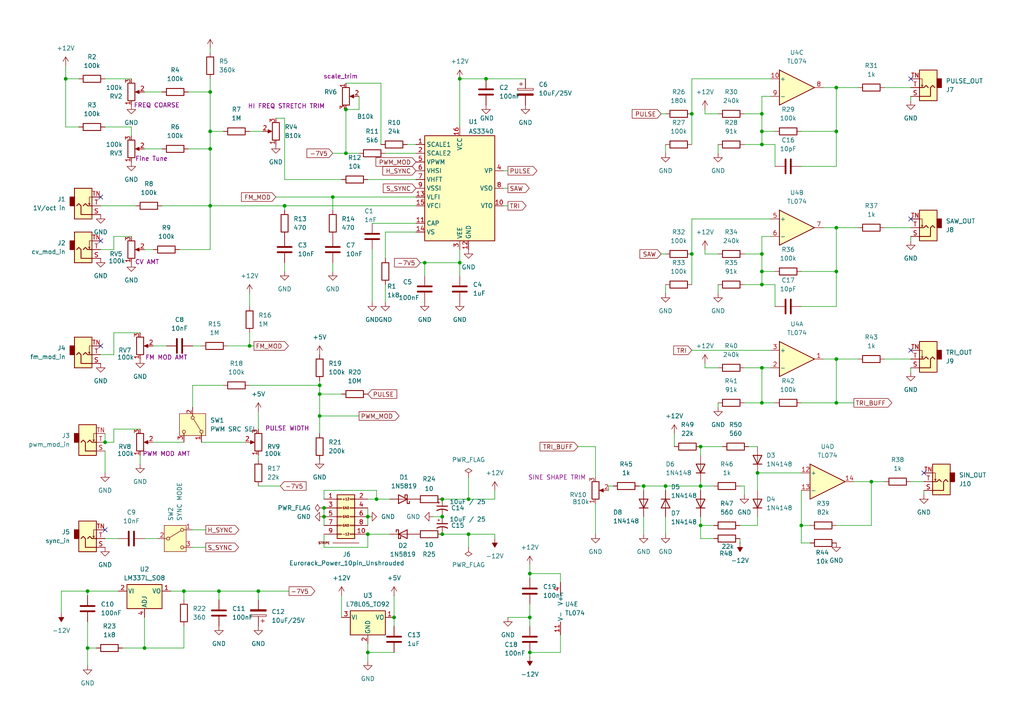
<source format=kicad_sch>
(kicad_sch (version 20231120) (generator "eeschema") (generator_version "8.0")
  (paper "A4")
  (title_block (title "3340 VCO") (date "2024-06-12") (rev "2") (company "Clandestine Circutry"))
  (lib_symbols
    (symbol "Amplifier_Operational:TL074" (pin_names (offset 0.127))
      (property "Reference" "U" (at 0 5.08 0))
      (property "Value" "TL074" (at 0 -5.08 0))
      (symbol "TL074_1_1"
        (pin output line (at 7.62 0 180) (length 2.54) (name "~") (number "1"))
        (pin input line (at -7.62 -2.54 0) (length 2.54) (name "-") (number "2"))
        (pin input line (at -7.62 2.54 0) (length 2.54) (name "+") (number "3"))
      )
      (symbol "TL074_2_1"
        (pin input line (at -7.62 2.54 0) (length 2.54) (name "+") (number "5"))
        (pin input line (at -7.62 -2.54 0) (length 2.54) (name "-") (number "6"))
        (pin output line (at 7.62 0 180) (length 2.54) (name "~") (number "7"))
      )
      (symbol "TL074_3_1"
        (pin input line (at -7.62 2.54 0) (length 2.54) (name "+") (number "10"))
        (pin output line (at 7.62 0 180) (length 2.54) (name "~") (number "8"))
        (pin input line (at -7.62 -2.54 0) (length 2.54) (name "-") (number "9"))
      )
      (symbol "TL074_4_1"
        (pin input line (at -7.62 2.54 0) (length 2.54) (name "+") (number "12"))
        (pin input line (at -7.62 -2.54 0) (length 2.54) (name "-") (number "13"))
        (pin output line (at 7.62 0 180) (length 2.54) (name "~") (number "14"))
      )
      (symbol "TL074_5_1"
        (pin power_in line (at -2.54 -7.62 90) (length 3.81) (name "V-") (number "11"))
        (pin power_in line (at -2.54 7.62 270) (length 3.81) (name "V+") (number "4"))
      )
    )
    (symbol "Audio:AS3340"
      (property "Reference" "U" (at -5.08 17.78 0))
      (property "Value" "AS3340" (at 5.08 17.78 0))
      (symbol "AS3340_1_1"
        (pin input line (at -12.7 12.7 0) (length 2.54) (name "SCALE1") (number "1"))
        (pin output line (at 12.7 -5.08 180) (length 2.54) (name "VTO") (number "10"))
        (pin passive line (at -12.7 -10.16 0) (length 2.54) (name "CAP") (number "11"))
        (pin power_in line (at 2.54 -17.78 90) (length 2.54) (name "GND") (number "12"))
        (pin input line (at -12.7 -2.54 0) (length 2.54) (name "VLFI") (number "13"))
        (pin passive line (at -12.7 -12.7 0) (length 2.54) (name "VS") (number "14"))
        (pin input line (at -12.7 -5.08 0) (length 2.54) (name "VFCI") (number "15"))
        (pin power_in line (at 0 17.78 270) (length 2.54) (name "VCC") (number "16"))
        (pin input line (at -12.7 10.16 0) (length 2.54) (name "SCALE2") (number "2"))
        (pin power_in line (at 0 -17.78 90) (length 2.54) (name "VEE") (number "3"))
        (pin output line (at 12.7 5.08 180) (length 2.54) (name "VP") (number "4"))
        (pin input line (at -12.7 7.62 0) (length 2.54) (name "VPWM") (number "5"))
        (pin input line (at -12.7 5.08 0) (length 2.54) (name "VHSI") (number "6"))
        (pin input line (at -12.7 2.54 0) (length 2.54) (name "VHFT") (number "7"))
        (pin output line (at 12.7 0 180) (length 2.54) (name "VSO") (number "8"))
        (pin input line (at -12.7 0 0) (length 2.54) (name "VSSI") (number "9"))
      )
    )
    (symbol "Connector_Audio:AudioJack2_SwitchT"
      (property "Reference" "J" (at 0 8.89 0))
      (property "Value" "AudioJack2_SwitchT" (at 0 6.35 0))
      (symbol "AudioJack2_SwitchT_1_1"
        (pin passive line (at 5.08 2.54 180) (length 2.54) (name "~") (number "S"))
        (pin passive line (at 5.08 0 180) (length 2.54) (name "~") (number "T"))
        (pin passive line (at 5.08 -2.54 180) (length 2.54) (name "~") (number "TN"))
      )
    )
    (symbol "Device:C" (pin_numbers hide) (pin_names (offset 0.254))
      (property "Reference" "C" (at 0.635 2.54 0))
      (property "Value" "C" (at 0.635 -2.54 0))
      (symbol "C_1_1"
        (pin passive line (at 0 3.81 270) (length 2.794) (name "~") (number "1"))
        (pin passive line (at 0 -3.81 90) (length 2.794) (name "~") (number "2"))
      )
    )
    (symbol "Device:C_Polarized" (pin_numbers hide) (pin_names (offset 0.254))
      (property "Reference" "C" (at 0.635 2.54 0))
      (property "Value" "C_Polarized" (at 0.635 -2.54 0))
      (symbol "C_Polarized_1_1"
        (pin passive line (at 0 3.81 270) (length 2.794) (name "~") (number "1"))
        (pin passive line (at 0 -3.81 90) (length 2.794) (name "~") (number "2"))
      )
    )
    (symbol "Device:D" (pin_numbers hide) (pin_names (offset 1.016) hide)
      (property "Reference" "D" (at 0 2.54 0))
      (property "Value" "D" (at 0 -2.54 0))
      (symbol "D_1_1"
        (pin passive line (at -3.81 0 0) (length 2.54) (name "K") (number "1"))
        (pin passive line (at 3.81 0 180) (length 2.54) (name "A") (number "2"))
      )
    )
    (symbol "Device:R" (pin_numbers hide) (pin_names (offset 0))
      (property "Reference" "R" (at 2.032 0 90))
      (property "Value" "R" (at 0 0 90))
      (symbol "R_1_1"
        (pin passive line (at 0 3.81 270) (length 1.27) (name "~") (number "1"))
        (pin passive line (at 0 -3.81 90) (length 1.27) (name "~") (number "2"))
      )
    )
    (symbol "Device:R_Potentiometer" (pin_names (offset 1.016) hide)
      (property "Reference" "RV" (at -4.445 0 90))
      (property "Value" "R_Potentiometer" (at -2.54 0 90))
      (symbol "R_Potentiometer_1_1"
        (pin passive line (at 0 3.81 270) (length 1.27) (name "1") (number "1"))
        (pin passive line (at 3.81 0 180) (length 1.27) (name "2") (number "2"))
        (pin passive line (at 0 -3.81 90) (length 1.27) (name "3") (number "3"))
      )
    )
    (symbol "Diode:1N5819" (pin_numbers hide) (pin_names (offset 1.016) hide)
      (property "Reference" "D" (at 0 2.54 0))
      (property "Value" "1N5819" (at 0 -2.54 0))
      (symbol "1N5819_1_1"
        (pin passive line (at -3.81 0 0) (length 2.54) (name "K") (number "1"))
        (pin passive line (at 3.81 0 180) (length 2.54) (name "A") (number "2"))
      )
    )
    (symbol "PCM_4ms_Capacitor:47uF_5x5.3_16V" (pin_numbers hide) (pin_names (offset 0.254) hide)
      (property "Reference" "C" (at 1.905 1.27 0))
      (property "Display" "47uF/16V" (at 1.905 -1.27 0))
      (symbol "47uF_5x5.3_16V_1_1"
        (pin passive line (at 0 2.54 270) (length 2.032) (name "~") (number "1"))
        (pin passive line (at 0 -2.54 90) (length 2.032) (name "~") (number "2"))
      )
    )
    (symbol "PCM_4ms_Connector:Eurorack_Power_10pin_Unshrouded" (pin_names (offset 0.0254) hide)
      (property "Reference" "J" (at 0 3.81 0))
      (property "Value" "Eurorack_Power_10pin_Unshrouded" (at 0 6.35 0))
      (symbol "Eurorack_Power_10pin_Unshrouded_0_0"
        (text "+12" (at 0 1.27 0) (effects (font (size 0.635 0.635))))
        (text "-12" (at 0 -8.89 0) (effects (font (size 0.635 0.635))))
        (text "GND" (at 0 -6.35 0) (effects (font (size 0.635 0.635))))
        (text "GND" (at 0 -3.81 0) (effects (font (size 0.635 0.635))))
        (text "GND" (at 0 -1.27 0) (effects (font (size 0.635 0.635))))
        (text "STRIPE" (at -6.35 -11.43 0) (effects (font (size 0.635 0.635))))
      )
      (symbol "Eurorack_Power_10pin_Unshrouded_1_1"
        (pin passive line (at -6.35 1.27 0) (length 3.81) (name "+12V") (number "1"))
        (pin passive line (at 6.35 -8.89 180) (length 3.81) (name "-12V") (number "10"))
        (pin passive line (at 6.35 1.27 180) (length 3.81) (name "+12V") (number "2"))
        (pin passive line (at -6.35 -1.27 0) (length 3.81) (name "GND") (number "3"))
        (pin passive line (at 6.35 -1.27 180) (length 3.81) (name "GND") (number "4"))
        (pin passive line (at -6.35 -3.81 0) (length 3.81) (name "GND") (number "5"))
        (pin passive line (at 6.35 -3.81 180) (length 3.81) (name "GND") (number "6"))
        (pin passive line (at -6.35 -6.35 0) (length 3.81) (name "GND") (number "7"))
        (pin passive line (at 6.35 -6.35 180) (length 3.81) (name "GND") (number "8"))
        (pin passive line (at -6.35 -8.89 0) (length 3.81) (name "-12V") (number "9"))
      )
    )
    (symbol "PCM_4ms_Power-symbol:+12V" (power) (pin_names (offset 0))
      (property "Value" "+12V" (at 0 3.556 0))
      (symbol "+12V_1_1"
        (pin power_in line (at 0 0 90) (length 0) hide (name "+12V") (number "1"))
      )
    )
    (symbol "PCM_4ms_Power-symbol:GND" (power) (pin_names (offset 0))
      (property "Value" "GND" (at 0 -3.81 0))
      (symbol "GND_1_1"
        (pin power_in line (at 0 0 270) (length 0) hide (name "GND") (number "1"))
      )
    )
    (symbol "Regulator_Linear:L78L05_TO92" (pin_names (offset 0.254))
      (property "Reference" "U" (at -3.81 3.175 0))
      (property "Value" "L78L05_TO92" (at 0 3.175 0))
      (symbol "L78L05_TO92_1_1"
        (pin power_out line (at 7.62 0 180) (length 2.54) (name "VO") (number "1"))
        (pin power_in line (at 0 -7.62 90) (length 2.54) (name "GND") (number "2"))
        (pin power_in line (at -7.62 0 0) (length 2.54) (name "VI") (number "3"))
      )
    )
    (symbol "Regulator_Linear:LM337L_SO8" (pin_names (offset 0.254))
      (property "Reference" "U" (at -3.81 -3.175 0))
      (property "Value" "LM337L_SO8" (at 0 -3.175 0))
      (symbol "LM337L_SO8_1_1"
        (pin power_out line (at 7.62 0 180) (length 2.54) (name "VO") (number "1"))
        (pin power_in line (at -7.62 0 0) (length 2.54) (name "VI") (number "2"))
        (pin passive line (at -7.62 0 0) (length 2.54) hide (name "VI") (number "3"))
        (pin input line (at 0 7.62 270) (length 2.54) (name "ADJ") (number "4"))
        (pin no_connect line (at -5.08 2.54 0) (length 2.54) hide (name "NC") (number "5"))
        (pin passive line (at -7.62 0 0) (length 2.54) hide (name "VI") (number "6"))
        (pin passive line (at -7.62 0 0) (length 2.54) hide (name "VI") (number "7"))
        (pin no_connect line (at 5.08 2.54 180) (length 2.54) hide (name "NC") (number "8"))
      )
    )
    (symbol "Switch:SW_SPDT" (pin_names (offset 0) hide)
      (property "Reference" "SW" (at 0 5.08 0))
      (property "Value" "SW_SPDT" (at 0 -5.08 0))
      (symbol "SW_SPDT_1_1"
        (pin passive line (at 5.08 2.54 180) (length 2.54) (name "A") (number "1"))
        (pin passive line (at -5.08 0 0) (length 2.54) (name "B") (number "2"))
        (pin passive line (at 5.08 -2.54 180) (length 2.54) (name "C") (number "3"))
      )
    )
    (symbol "power:+5V" (power) (pin_numbers hide) (pin_names (offset 0) hide)
      (property "Value" "+5V" (at 0 3.556 0))
      (symbol "+5V_1_1"
        (pin power_in line (at 0 0 90) (length 0) (name "~") (number "1"))
      )
    )
    (symbol "power:-12V" (power) (pin_numbers hide) (pin_names (offset 0) hide)
      (property "Value" "-12V" (at 0 3.556 0))
      (symbol "-12V_0_0"
        (pin power_in line (at 0 0 90) (length 0) (name "~") (number "1"))
      )
    )
    (symbol "power:PWR_FLAG" (power) (pin_numbers hide) (pin_names (offset 0) hide)
      (property "Value" "PWR_FLAG" (at 0 3.81 0))
      (symbol "PWR_FLAG_0_0"
        (pin power_out line (at 0 0 90) (length 0) (name "~") (number "1"))
      )
    )
  )
  (junction (at 128.27 154.94))
  (junction (at 135.89 144.78))
  (junction (at 242.57 25.4))
  (junction (at 242.57 66.04))
  (junction (at 220.98 78.74))
  (junction (at 106.68 154.94))
  (junction (at 92.71 111.76))
  (junction (at 200.66 33.02))
  (junction (at 41.91 187.96))
  (junction (at 220.98 33.02))
  (junction (at 153.67 166.37))
  (junction (at 106.68 149.86))
  (junction (at 74.93 171.45))
  (junction (at 128.27 149.86))
  (junction (at 242.57 116.84))
  (junction (at 242.57 104.14))
  (junction (at 100.33 44.45))
  (junction (at 100.33 31.75))
  (junction (at 82.55 59.69))
  (junction (at 133.35 22.86))
  (junction (at 186.69 140.97))
  (junction (at 106.68 189.23))
  (junction (at 72.39 100.33))
  (junction (at 123.19 76.2))
  (junction (at 63.5 171.45))
  (junction (at 25.4 187.96))
  (junction (at 203.2 152.4))
  (junction (at 153.67 179.07))
  (junction (at 220.98 116.84))
  (junction (at 140.97 22.86))
  (junction (at 53.34 171.45))
  (junction (at 133.35 76.2))
  (junction (at 114.3 179.07))
  (junction (at 60.96 43.18))
  (junction (at 128.27 144.78))
  (junction (at 109.22 144.78))
  (junction (at 60.96 38.1))
  (junction (at 92.71 120.65))
  (junction (at 203.2 129.54))
  (junction (at 203.2 140.97))
  (junction (at 232.41 152.4))
  (junction (at 220.98 106.68))
  (junction (at 220.98 38.1))
  (junction (at 193.04 140.97))
  (junction (at 135.89 154.94))
  (junction (at 153.67 189.23))
  (junction (at 252.73 139.7))
  (junction (at 220.98 73.66))
  (junction (at 200.66 73.66))
  (junction (at 93.98 149.86))
  (junction (at 60.96 26.67))
  (junction (at 19.05 22.86))
  (junction (at 242.57 38.1))
  (junction (at 242.57 78.74))
  (junction (at 220.98 41.91))
  (junction (at 30.48 128.27))
  (junction (at 25.4 171.45))
  (junction (at 220.98 82.55))
  (junction (at 219.71 137.16))
  (junction (at 93.98 147.32))
  (junction (at 92.71 114.3))
  (junction (at 96.52 57.15))
  (junction (at 60.96 59.69))
  (no_connect (at 29.21 69.85))
  (no_connect (at 29.21 57.15))
  (no_connect (at 30.48 153.67))
  (no_connect (at 264.16 63.5))
  (no_connect (at 264.16 101.6))
  (no_connect (at 264.16 22.86))
  (no_connect (at 267.97 137.16))
  (no_connect (at 29.21 100.33))
  (wire (pts (xy 82.55 52.07) (xy 99.06 52.07)))
  (wire (pts (xy 200.66 22.86) (xy 223.52 22.86)))
  (wire (pts (xy 204.47 31.75) (xy 204.47 33.02)))
  (wire (pts (xy 29.21 102.87) (xy 33.02 102.87)))
  (wire (pts (xy 256.54 66.04) (xy 264.16 66.04)))
  (wire (pts (xy 41.91 43.18) (xy 46.99 43.18)))
  (wire (pts (xy 55.88 100.33) (xy 58.42 100.33)))
  (wire (pts (xy 74.93 140.97) (xy 81.28 140.97)))
  (wire (pts (xy 55.88 111.76) (xy 64.77 111.76)))
  (wire (pts (xy 111.76 44.45) (xy 120.65 44.45)))
  (wire (pts (xy 125.73 149.86) (xy 128.27 149.86)))
  (wire (pts (xy 104.14 31.75) (xy 104.14 27.94)))
  (wire (pts (xy 25.4 180.34) (xy 25.4 187.96)))
  (wire (pts (xy 106.68 189.23) (xy 114.3 189.23)))
  (wire (pts (xy 107.95 72.39) (xy 107.95 87.63)))
  (wire (pts (xy 92.71 120.65) (xy 104.14 120.65)))
  (wire (pts (xy 220.98 82.55) (xy 220.98 78.74)))
  (wire (pts (xy 215.9 33.02) (xy 220.98 33.02)))
  (wire (pts (xy 224.79 48.26) (xy 224.79 41.91)))
  (wire (pts (xy 220.98 38.1) (xy 220.98 33.02)))
  (wire (pts (xy 232.41 48.26) (xy 242.57 48.26)))
  (wire (pts (xy 186.69 140.97) (xy 193.04 140.97)))
  (wire (pts (xy 264.16 139.7) (xy 267.97 139.7)))
  (wire (pts (xy 92.71 120.65) (xy 92.71 125.73)))
  (wire (pts (xy 93.98 144.78) (xy 93.98 142.24)))
  (wire (pts (xy 63.5 171.45) (xy 63.5 173.99)))
  (wire (pts (xy 55.88 158.75) (xy 59.69 158.75)))
  (wire (pts (xy 30.48 36.83) (xy 38.1 36.83)))
  (wire (pts (xy 232.41 78.74) (xy 242.57 78.74)))
  (wire (pts (xy 252.73 139.7) (xy 256.54 139.7)))
  (wire (pts (xy 30.48 130.81) (xy 30.48 137.16)))
  (wire (pts (xy 93.98 158.75) (xy 106.68 158.75)))
  (wire (pts (xy 33.02 128.27) (xy 30.48 128.27)))
  (wire (pts (xy 72.39 100.33) (xy 72.39 96.52)))
  (wire (pts (xy 99.06 172.72) (xy 99.06 179.07)))
  (wire (pts (xy 200.66 73.66) (xy 200.66 63.5)))
  (wire (pts (xy 204.47 105.41) (xy 204.47 106.68)))
  (wire (pts (xy 19.05 22.86) (xy 22.86 22.86)))
  (wire (pts (xy 220.98 78.74) (xy 224.79 78.74)))
  (wire (pts (xy 135.89 144.78) (xy 143.51 144.78)))
  (wire (pts (xy 242.57 48.26) (xy 242.57 38.1)))
  (wire (pts (xy 200.66 73.66) (xy 200.66 82.55)))
  (wire (pts (xy 128.27 144.78) (xy 135.89 144.78)))
  (wire (pts (xy 219.71 137.16) (xy 219.71 142.24)))
  (wire (pts (xy 100.33 31.75) (xy 104.14 31.75)))
  (wire (pts (xy 147.32 179.07) (xy 153.67 179.07)))
  (wire (pts (xy 264.16 106.68) (xy 264.16 107.95)))
  (wire (pts (xy 220.98 106.68) (xy 223.52 106.68)))
  (wire (pts (xy 25.4 187.96) (xy 27.94 187.96)))
  (wire (pts (xy 44.45 128.27) (xy 53.34 128.27)))
  (wire (pts (xy 252.73 152.4) (xy 252.73 139.7)))
  (wire (pts (xy 220.98 68.58) (xy 223.52 68.58)))
  (wire (pts (xy 74.93 171.45) (xy 83.82 171.45)))
  (wire (pts (xy 133.35 72.39) (xy 133.35 76.2)))
  (wire (pts (xy 100.33 31.75) (xy 100.33 44.45)))
  (wire (pts (xy 29.21 72.39) (xy 33.02 72.39)))
  (wire (pts (xy 214.63 140.97) (xy 215.9 140.97)))
  (wire (pts (xy 147.32 49.53) (xy 146.05 49.53)))
  (wire (pts (xy 110.49 24.13) (xy 100.33 24.13)))
  (wire (pts (xy 82.55 76.2) (xy 82.55 78.74)))
  (wire (pts (xy 100.33 44.45) (xy 96.52 44.45)))
  (wire (pts (xy 191.77 33.02) (xy 193.04 33.02)))
  (wire (pts (xy 191.77 73.66) (xy 193.04 73.66)))
  (wire (pts (xy 193.04 140.97) (xy 193.04 142.24)))
  (wire (pts (xy 220.98 41.91) (xy 220.98 38.1)))
  (wire (pts (xy 153.67 179.07) (xy 153.67 181.61)))
  (wire (pts (xy 242.57 152.4) (xy 252.73 152.4)))
  (wire (pts (xy 41.91 179.07) (xy 41.91 187.96)))
  (wire (pts (xy 53.34 171.45) (xy 53.34 173.99)))
  (wire (pts (xy 82.55 60.96) (xy 82.55 59.69)))
  (wire (pts (xy 143.51 142.24) (xy 143.51 144.78)))
  (wire (pts (xy 96.52 76.2) (xy 96.52 78.74)))
  (wire (pts (xy 193.04 149.86) (xy 193.04 154.94)))
  (wire (pts (xy 22.86 36.83) (xy 19.05 36.83)))
  (wire (pts (xy 33.02 124.46) (xy 33.02 128.27)))
  (wire (pts (xy 60.96 43.18) (xy 60.96 38.1)))
  (wire (pts (xy 96.52 57.15) (xy 96.52 60.96)))
  (wire (pts (xy 128.27 154.94) (xy 135.89 154.94)))
  (wire (pts (xy 203.2 156.21) (xy 207.01 156.21)))
  (wire (pts (xy 60.96 26.67) (xy 60.96 22.86)))
  (wire (pts (xy 54.61 43.18) (xy 60.96 43.18)))
  (wire (pts (xy 93.98 149.86) (xy 93.98 152.4)))
  (wire (pts (xy 220.98 38.1) (xy 224.79 38.1)))
  (wire (pts (xy 208.28 82.55) (xy 208.28 85.09)))
  (wire (pts (xy 41.91 72.39) (xy 44.45 72.39)))
  (wire (pts (xy 120.65 67.31) (xy 111.76 67.31)))
  (wire (pts (xy 33.02 102.87) (xy 33.02 96.52)))
  (wire (pts (xy 167.64 129.54) (xy 172.72 129.54)))
  (wire (pts (xy 208.28 116.84) (xy 208.28 118.11)))
  (wire (pts (xy 256.54 104.14) (xy 264.16 104.14)))
  (wire (pts (xy 193.04 41.91) (xy 193.04 44.45)))
  (wire (pts (xy 111.76 82.55) (xy 111.76 87.63)))
  (wire (pts (xy 92.71 114.3) (xy 92.71 120.65)))
  (wire (pts (xy 215.9 41.91) (xy 220.98 41.91)))
  (wire (pts (xy 106.68 52.07) (xy 120.65 52.07)))
  (wire (pts (xy 152.4 22.86) (xy 140.97 22.86)))
  (wire (pts (xy 256.54 25.4) (xy 264.16 25.4)))
  (wire (pts (xy 118.11 41.91) (xy 120.65 41.91)))
  (wire (pts (xy 123.19 76.2) (xy 123.19 80.01)))
  (wire (pts (xy 186.69 149.86) (xy 186.69 154.94)))
  (wire (pts (xy 204.47 106.68) (xy 208.28 106.68)))
  (wire (pts (xy 242.57 25.4) (xy 238.76 25.4)))
  (wire (pts (xy 104.14 44.45) (xy 100.33 44.45)))
  (wire (pts (xy 33.02 68.58) (xy 38.1 68.58)))
  (wire (pts (xy 41.91 26.67) (xy 46.99 26.67)))
  (wire (pts (xy 140.97 22.86) (xy 133.35 22.86)))
  (wire (pts (xy 204.47 72.39) (xy 204.47 73.66)))
  (wire (pts (xy 242.57 78.74) (xy 242.57 66.04)))
  (wire (pts (xy 106.68 189.23) (xy 106.68 186.69)))
  (wire (pts (xy 153.67 166.37) (xy 153.67 163.83)))
  (wire (pts (xy 203.2 140.97) (xy 207.01 140.97)))
  (wire (pts (xy 29.21 59.69) (xy 39.37 59.69)))
  (wire (pts (xy 74.93 132.08) (xy 74.93 133.35)))
  (wire (pts (xy 153.67 175.26) (xy 153.67 179.07)))
  (wire (pts (xy 214.63 156.21) (xy 214.63 157.48)))
  (wire (pts (xy 92.71 111.76) (xy 92.71 114.3)))
  (wire (pts (xy 193.04 82.55) (xy 193.04 85.09)))
  (wire (pts (xy 55.88 153.67) (xy 59.69 153.67)))
  (wire (pts (xy 224.79 88.9) (xy 224.79 82.55)))
  (wire (pts (xy 264.16 27.94) (xy 264.16 29.21)))
  (wire (pts (xy 162.56 189.23) (xy 153.67 189.23)))
  (wire (pts (xy 203.2 129.54) (xy 209.55 129.54)))
  (wire (pts (xy 106.68 158.75) (xy 106.68 154.94)))
  (wire (pts (xy 19.05 36.83) (xy 19.05 22.86)))
  (wire (pts (xy 172.72 129.54) (xy 172.72 138.43)))
  (wire (pts (xy 267.97 142.24) (xy 267.97 143.51)))
  (wire (pts (xy 219.71 152.4) (xy 219.71 149.86)))
  (wire (pts (xy 40.64 132.08) (xy 40.64 134.62)))
  (wire (pts (xy 93.98 142.24) (xy 109.22 142.24)))
  (wire (pts (xy 72.39 85.09) (xy 72.39 88.9)))
  (wire (pts (xy 162.56 166.37) (xy 153.67 166.37)))
  (wire (pts (xy 114.3 179.07) (xy 114.3 181.61)))
  (wire (pts (xy 232.41 38.1) (xy 242.57 38.1)))
  (wire (pts (xy 242.57 116.84) (xy 242.57 104.14)))
  (wire (pts (xy 234.95 152.4) (xy 232.41 152.4)))
  (wire (pts (xy 204.47 73.66) (xy 208.28 73.66)))
  (wire (pts (xy 72.39 111.76) (xy 92.71 111.76)))
  (wire (pts (xy 120.65 59.69) (xy 82.55 59.69)))
  (wire (pts (xy 200.66 63.5) (xy 223.52 63.5)))
  (wire (pts (xy 203.2 129.54) (xy 203.2 132.08)))
  (wire (pts (xy 203.2 149.86) (xy 203.2 152.4)))
  (wire (pts (xy 220.98 106.68) (xy 220.98 116.84)))
  (wire (pts (xy 74.93 171.45) (xy 74.93 173.99)))
  (wire (pts (xy 114.3 172.72) (xy 114.3 179.07)))
  (wire (pts (xy 41.91 187.96) (xy 53.34 187.96)))
  (wire (pts (xy 203.2 152.4) (xy 203.2 156.21)))
  (wire (pts (xy 123.19 76.2) (xy 133.35 76.2)))
  (wire (pts (xy 40.64 124.46) (xy 33.02 124.46)))
  (wire (pts (xy 55.88 118.11) (xy 55.88 111.76)))
  (wire (pts (xy 17.78 171.45) (xy 25.4 171.45)))
  (wire (pts (xy 38.1 36.83) (xy 38.1 39.37)))
  (wire (pts (xy 111.76 67.31) (xy 111.76 74.93)))
  (wire (pts (xy 30.48 22.86) (xy 38.1 22.86)))
  (wire (pts (xy 92.71 114.3) (xy 99.06 114.3)))
  (wire (pts (xy 220.98 73.66) (xy 220.98 68.58)))
  (wire (pts (xy 215.9 116.84) (xy 220.98 116.84)))
  (wire (pts (xy 242.57 104.14) (xy 238.76 104.14)))
  (wire (pts (xy 60.96 38.1) (xy 64.77 38.1)))
  (wire (pts (xy 135.89 154.94) (xy 135.89 158.75)))
  (wire (pts (xy 60.96 13.97) (xy 60.96 15.24)))
  (wire (pts (xy 232.41 152.4) (xy 232.41 142.24)))
  (wire (pts (xy 25.4 171.45) (xy 25.4 172.72)))
  (wire (pts (xy 242.57 25.4) (xy 248.92 25.4)))
  (wire (pts (xy 133.35 80.01) (xy 133.35 76.2)))
  (wire (pts (xy 232.41 88.9) (xy 242.57 88.9)))
  (wire (pts (xy 220.98 27.94) (xy 223.52 27.94)))
  (wire (pts (xy 53.34 171.45) (xy 63.5 171.45)))
  (wire (pts (xy 46.99 59.69) (xy 60.96 59.69)))
  (wire (pts (xy 200.66 33.02) (xy 200.66 22.86)))
  (wire (pts (xy 176.53 140.97) (xy 177.8 140.97)))
  (wire (pts (xy 143.51 154.94) (xy 143.51 156.21)))
  (wire (pts (xy 186.69 140.97) (xy 186.69 142.24)))
  (wire (pts (xy 17.78 177.8) (xy 17.78 171.45)))
  (wire (pts (xy 204.47 33.02) (xy 208.28 33.02)))
  (wire (pts (xy 200.66 33.02) (xy 200.66 41.91)))
  (wire (pts (xy 41.91 156.21) (xy 45.72 156.21)))
  (wire (pts (xy 153.67 190.5) (xy 153.67 189.23)))
  (wire (pts (xy 80.01 57.15) (xy 96.52 57.15)))
  (wire (pts (xy 214.63 152.4) (xy 219.71 152.4)))
  (wire (pts (xy 224.79 41.91) (xy 220.98 41.91)))
  (wire (pts (xy 106.68 149.86) (xy 106.68 152.4)))
  (wire (pts (xy 82.55 52.07) (xy 82.55 34.29)))
  (wire (pts (xy 203.2 152.4) (xy 207.01 152.4)))
  (wire (pts (xy 25.4 187.96) (xy 25.4 193.04)))
  (wire (pts (xy 220.98 116.84) (xy 224.79 116.84)))
  (wire (pts (xy 153.67 167.64) (xy 153.67 166.37)))
  (wire (pts (xy 60.96 43.18) (xy 60.96 59.69)))
  (wire (pts (xy 162.56 168.91) (xy 162.56 166.37)))
  (wire (pts (xy 109.22 144.78) (xy 113.03 144.78)))
  (wire (pts (xy 74.93 119.38) (xy 74.93 124.46)))
  (wire (pts (xy 195.58 125.73) (xy 195.58 129.54)))
  (wire (pts (xy 162.56 184.15) (xy 162.56 189.23)))
  (wire (pts (xy 147.32 59.69) (xy 146.05 59.69)))
  (wire (pts (xy 232.41 116.84) (xy 242.57 116.84)))
  (wire (pts (xy 242.57 66.04) (xy 248.92 66.04)))
  (wire (pts (xy 107.95 64.77) (xy 120.65 64.77)))
  (wire (pts (xy 49.53 171.45) (xy 53.34 171.45)))
  (wire (pts (xy 172.72 146.05) (xy 172.72 154.94)))
  (wire (pts (xy 35.56 187.96) (xy 41.91 187.96)))
  (wire (pts (xy 82.55 34.29) (xy 80.01 34.29)))
  (wire (pts (xy 135.89 138.43) (xy 135.89 144.78)))
  (wire (pts (xy 242.57 66.04) (xy 238.76 66.04)))
  (wire (pts (xy 242.57 38.1) (xy 242.57 25.4)))
  (wire (pts (xy 72.39 100.33) (xy 73.66 100.33)))
  (wire (pts (xy 215.9 73.66) (xy 220.98 73.66)))
  (wire (pts (xy 93.98 154.94) (xy 93.98 158.75)))
  (wire (pts (xy 110.49 41.91) (xy 110.49 24.13)))
  (wire (pts (xy 219.71 137.16) (xy 232.41 137.16)))
  (wire (pts (xy 53.34 187.96) (xy 53.34 181.61)))
  (wire (pts (xy 33.02 72.39) (xy 33.02 68.58)))
  (wire (pts (xy 232.41 157.48) (xy 232.41 152.4)))
  (wire (pts (xy 106.68 154.94) (xy 113.03 154.94)))
  (wire (pts (xy 264.16 68.58) (xy 264.16 69.85)))
  (wire (pts (xy 220.98 33.02) (xy 220.98 27.94)))
  (wire (pts (xy 234.95 157.48) (xy 232.41 157.48)))
  (wire (pts (xy 185.42 140.97) (xy 186.69 140.97)))
  (wire (pts (xy 54.61 26.67) (xy 60.96 26.67)))
  (wire (pts (xy 203.2 140.97) (xy 203.2 142.24)))
  (wire (pts (xy 224.79 82.55) (xy 220.98 82.55)))
  (wire (pts (xy 200.66 101.6) (xy 223.52 101.6)))
  (wire (pts (xy 109.22 142.24) (xy 109.22 144.78)))
  (wire (pts (xy 147.32 54.61) (xy 146.05 54.61)))
  (wire (pts (xy 220.98 78.74) (xy 220.98 73.66)))
  (wire (pts (xy 33.02 96.52) (xy 40.64 96.52)))
  (wire (pts (xy 93.98 147.32) (xy 93.98 149.86)))
  (wire (pts (xy 25.4 171.45) (xy 34.29 171.45)))
  (wire (pts (xy 60.96 38.1) (xy 60.96 26.67)))
  (wire (pts (xy 60.96 59.69) (xy 60.96 72.39)))
  (wire (pts (xy 92.71 111.76) (xy 92.71 110.49)))
  (wire (pts (xy 203.2 140.97) (xy 193.04 140.97)))
  (wire (pts (xy 176.53 140.97) (xy 176.53 142.24)))
  (wire (pts (xy 63.5 171.45) (xy 74.93 171.45)))
  (wire (pts (xy 242.57 104.14) (xy 248.92 104.14)))
  (wire (pts (xy 217.17 129.54) (xy 219.71 129.54)))
  (wire (pts (xy 247.65 139.7) (xy 252.73 139.7)))
  (wire (pts (xy 19.05 19.05) (xy 19.05 22.86)))
  (wire (pts (xy 208.28 41.91) (xy 208.28 44.45)))
  (wire (pts (xy 52.07 72.39) (xy 60.96 72.39)))
  (wire (pts (xy 215.9 140.97) (xy 215.9 143.51)))
  (wire (pts (xy 44.45 100.33) (xy 48.26 100.33)))
  (wire (pts (xy 215.9 106.68) (xy 220.98 106.68)))
  (wire (pts (xy 30.48 156.21) (xy 34.29 156.21)))
  (wire (pts (xy 30.48 125.73) (xy 30.48 128.27)))
  (wire (pts (xy 82.55 59.69) (xy 60.96 59.69)))
  (wire (pts (xy 58.42 128.27) (xy 71.12 128.27)))
  (wire (pts (xy 242.57 116.84) (xy 247.65 116.84)))
  (wire (pts (xy 133.35 22.86) (xy 133.35 36.83)))
  (wire (pts (xy 66.04 100.33) (xy 72.39 100.33)))
  (wire (pts (xy 135.89 154.94) (xy 143.51 154.94)))
  (wire (pts (xy 109.22 144.78) (xy 106.68 144.78)))
  (wire (pts (xy 242.57 88.9) (xy 242.57 78.74)))
  (wire (pts (xy 203.2 139.7) (xy 203.2 140.97)))
  (wire (pts (xy 96.52 57.15) (xy 120.65 57.15)))
  (wire (pts (xy 72.39 38.1) (xy 76.2 38.1)))
  (wire (pts (xy 106.68 147.32) (xy 106.68 149.86)))
  (wire (pts (xy 121.92 76.2) (xy 123.19 76.2)))
  (wire (pts (xy 215.9 82.55) (xy 220.98 82.55)))
  (wire (pts (xy 106.68 191.77) (xy 106.68 189.23)))
  (global_label "H_SYNC" (shape output) (at 59.69 153.67 0) (property "Intersheetrefs" "${INTERSHEET_REFS}" (effects (hide yes))))
  (global_label "-7V5" (shape output) (at 83.82 171.45 0) (property "Intersheetrefs" "${INTERSHEET_REFS}" (effects (hide yes))))
  (global_label "PULSE" (shape input) (at 106.68 114.3 0) (property "Intersheetrefs" "${INTERSHEET_REFS}" (effects (hide yes))))
  (global_label "FM_MOD" (shape input) (at 80.01 57.15 180) (property "Intersheetrefs" "${INTERSHEET_REFS}" (effects (hide yes))))
  (global_label "-7V5" (shape input) (at 121.92 76.2 180) (property "Intersheetrefs" "${INTERSHEET_REFS}" (effects (hide yes))))
  (global_label "H_SYNC" (shape input) (at 120.65 49.53 180) (property "Intersheetrefs" "${INTERSHEET_REFS}" (effects (hide yes))))
  (global_label "PULSE" (shape output) (at 147.32 49.53 0) (property "Intersheetrefs" "${INTERSHEET_REFS}" (effects (hide yes))))
  (global_label "FM_MOD" (shape output) (at 73.66 100.33 0) (property "Intersheetrefs" "${INTERSHEET_REFS}" (effects (hide yes))))
  (global_label "TRI_BUFF" (shape output) (at 247.65 116.84 0) (property "Intersheetrefs" "${INTERSHEET_REFS}" (effects (hide yes))))
  (global_label "-7V5" (shape input) (at 81.28 140.97 0) (property "Intersheetrefs" "${INTERSHEET_REFS}" (effects (hide yes))))
  (global_label "SAW" (shape input) (at 191.77 73.66 180) (property "Intersheetrefs" "${INTERSHEET_REFS}" (effects (hide yes))))
  (global_label "PWM_MOD" (shape input) (at 120.65 46.99 180) (property "Intersheetrefs" "${INTERSHEET_REFS}" (effects (hide yes))))
  (global_label "TRI_BUFF" (shape input) (at 167.64 129.54 180) (property "Intersheetrefs" "${INTERSHEET_REFS}" (effects (hide yes))))
  (global_label "S_SYNC" (shape output) (at 59.69 158.75 0) (property "Intersheetrefs" "${INTERSHEET_REFS}" (effects (hide yes))))
  (global_label "S_SYNC" (shape input) (at 120.65 54.61 180) (property "Intersheetrefs" "${INTERSHEET_REFS}" (effects (hide yes))))
  (global_label "PULSE" (shape input) (at 191.77 33.02 180) (property "Intersheetrefs" "${INTERSHEET_REFS}" (effects (hide yes))))
  (global_label "TRI" (shape input) (at 200.66 101.6 180) (property "Intersheetrefs" "${INTERSHEET_REFS}" (effects (hide yes))))
  (global_label "-7V5" (shape input) (at 96.52 44.45 180) (property "Intersheetrefs" "${INTERSHEET_REFS}" (effects (hide yes))))
  (global_label "SAW" (shape output) (at 147.32 54.61 0) (property "Intersheetrefs" "${INTERSHEET_REFS}" (effects (hide yes))))
  (global_label "PWM_MOD" (shape output) (at 104.14 120.65 0) (property "Intersheetrefs" "${INTERSHEET_REFS}" (effects (hide yes))))
  (global_label "TRI" (shape output) (at 147.32 59.69 0) (property "Intersheetrefs" "${INTERSHEET_REFS}" (effects (hide yes))))
  (symbol (lib_id "PCM_4ms_Power-symbol:GND") (at 125.73 149.86 270) (unit 1)
    (property "Reference" "#PWR038" (effects (hide yes)))
    (property "Value" "GND" (at 121.92 149.8599 90) (effects (justify right)))
  )
  (symbol (lib_id "Amplifier_Operational:TL074") (at 240.03 139.7 0) (unit 4)
    (property "Reference" "U4" (at 240.03 129.54 0))
    (property "Value" "TL074" (at 240.03 132.08 0))
    (property "Footprint" "Package_SO:SO-14_3.9x8.65mm_P1.27mm" (effects (hide yes)))
    (property "Datasheet" "http://www.ti.com/lit/ds/symlink/tl071.pdf" (effects (hide yes)))
    (property "Description" "Quad Low-Noise JFET-Input Operational Amplifiers, DIP-14/SOIC-14" (effects (hide yes)))
  )
  (symbol (lib_id "Device:R") (at 238.76 152.4 90) (unit 1)
    (property "Reference" "R39" (at 238.76 146.05 90))
    (property "Value" "82k" (at 238.76 148.59 90))
    (property "Footprint" "Resistor_SMD:R_0805_2012Metric_Pad1.20x1.40mm_HandSolder" (effects (hide yes)))
    (property "Description" "Resistor" (effects (hide yes)))
  )
  (symbol (lib_id "Connector_Audio:AudioJack2_SwitchT") (at 25.4 128.27 0) (mirror x) (unit 1)
    (property "Reference" "J3" (at 20.32 126.3649 0) (effects (justify right)))
    (property "Value" "pwm_mod_in" (at 20.32 128.9049 0) (effects (justify right)))
    (property "Footprint" "mort_mix:PJ398SM" (effects (hide yes)))
    (property "Description" "Audio Jack, 2 Poles (Mono / TS), Switched T Pole (Normalling)" (effects (hide yes)))
  )
  (symbol (lib_id "PCM_4ms_Power-symbol:+12V") (at 204.47 72.39 0) (unit 1)
    (property "Reference" "#PWR046" (effects (hide yes)))
    (property "Value" "+12V" (at 204.47 67.31 0))
  )
  (symbol (lib_id "Device:R_Potentiometer") (at 40.64 100.33 0) (mirror x) (unit 1)
    (property "Reference" "RV7" (at 38.1 101.6001 0) (effects (justify right)))
    (property "Value" "100k" (at 38.862 103.632 0) (effects (justify right)))
    (property "Footprint" "mort_mix:Potentiometer_Alpha_RD901F-40-00D_Single_Vertical_withhole" (effects (hide yes)))
    (property "Description" "FM MOD AMT" (at 48.26 103.632 0))
  )
  (symbol (lib_id "Amplifier_Operational:TL074") (at 231.14 104.14 0) (unit 1)
    (property "Reference" "U4" (at 231.14 93.98 0))
    (property "Value" "TL074" (at 231.14 96.52 0))
    (property "Footprint" "Package_SO:SO-14_3.9x8.65mm_P1.27mm" (effects (hide yes)))
    (property "Datasheet" "http://www.ti.com/lit/ds/symlink/tl071.pdf" (effects (hide yes)))
    (property "Description" "Quad Low-Noise JFET-Input Operational Amplifiers, DIP-14/SOIC-14" (effects (hide yes)))
  )
  (symbol (lib_id "PCM_4ms_Power-symbol:GND") (at 172.72 154.94 0) (unit 1)
    (property "Reference" "#PWR058" (effects (hide yes)))
    (property "Value" "GND" (at 172.72 160.02 0))
  )
  (symbol (lib_id "PCM_4ms_Power-symbol:+12V") (at 133.35 22.86 0) (unit 1)
    (property "Reference" "#PWR011" (effects (hide yes)))
    (property "Value" "+12V" (at 133.35 17.78 0))
  )
  (symbol (lib_id "Device:R") (at 228.6 38.1 90) (unit 1)
    (property "Reference" "R29" (at 228.6 31.75 90))
    (property "Value" "100k" (at 228.6 34.29 90))
    (property "Footprint" "Resistor_SMD:R_0805_2012Metric_Pad1.20x1.40mm_HandSolder" (effects (hide yes)))
    (property "Description" "Resistor" (effects (hide yes)))
  )
  (symbol (lib_id "Device:R") (at 210.82 140.97 90) (unit 1)
    (property "Reference" "R46" (at 210.82 134.62 90))
    (property "Value" "1k" (at 210.82 137.16 90))
    (property "Footprint" "Resistor_SMD:R_0805_2012Metric_Pad1.20x1.40mm_HandSolder" (effects (hide yes)))
    (property "Description" "Resistor" (effects (hide yes)))
  )
  (symbol (lib_id "PCM_4ms_Power-symbol:GND") (at 193.04 44.45 0) (unit 1)
    (property "Reference" "#PWR042" (effects (hide yes)))
    (property "Value" "GND" (at 193.04 49.53 0))
  )
  (symbol (lib_id "power:PWR_FLAG") (at 93.98 147.32 90) (unit 1)
    (property "Reference" "#FLG03" (effects (hide yes)))
    (property "Value" "PWR_FLAG" (at 90.17 147.3199 90) (effects (justify left)))
    (property "Description" "Special symbol for telling ERC where power comes from" (effects (hide yes)))
  )
  (symbol (lib_id "Device:C") (at 96.52 72.39 0) (unit 1)
    (property "Reference" "C7" (at 100.33 71.1199 0) (effects (justify left)))
    (property "Value" "10nF" (at 100.33 73.6599 0) (effects (justify left)))
    (property "Footprint" "Capacitor_SMD:C_0805_2012Metric_Pad1.18x1.45mm_HandSolder" (effects (hide yes)))
    (property "Description" "Unpolarized capacitor" (effects (hide yes)))
  )
  (symbol (lib_id "PCM_4ms_Power-symbol:GND") (at 242.57 157.48 0) (unit 1)
    (property "Reference" "#PWR053" (effects (hide yes)))
    (property "Value" "GND" (at 242.57 162.56 0))
  )
  (symbol (lib_id "Connector_Audio:AudioJack2_SwitchT") (at 24.13 102.87 0) (mirror x) (unit 1)
    (property "Reference" "J4" (at 19.05 100.9649 0) (effects (justify right)))
    (property "Value" "fm_mod_in" (at 19.05 103.5049 0) (effects (justify right)))
    (property "Footprint" "mort_mix:PJ398SM" (effects (hide yes)))
    (property "Description" "Audio Jack, 2 Poles (Mono / TS), Switched T Pole (Normalling)" (effects (hide yes)))
  )
  (symbol (lib_id "Device:R_Potentiometer") (at 172.72 142.24 0) (mirror x) (unit 1)
    (property "Reference" "RV10" (at 170.18 143.5101 0) (effects (justify right)))
    (property "Value" "B10k" (at 170.942 145.542 0) (effects (justify right)))
    (property "Footprint" "Potentiometer_THT:Potentiometer_Vishay_T73XX_Horizontal" (effects (hide yes)))
    (property "Description" "SINE SHAPE TRIM" (at 161.544 138.43 0))
  )
  (symbol (lib_id "PCM_4ms_Power-symbol:GND") (at 40.64 104.14 0) (unit 1)
    (property "Reference" "#PWR021" (effects (hide yes)))
    (property "Value" "GND" (at 40.64 109.22 0))
  )
  (symbol (lib_id "Device:R_Potentiometer") (at 80.01 38.1 180) (unit 1)
    (property "Reference" "RV4" (at 82.55 36.8299 0) (effects (justify right)))
    (property "Value" "B10k" (at 82.55 39.3699 0) (effects (justify right)))
    (property "Footprint" "Potentiometer_THT:Potentiometer_Vishay_T73XX_Horizontal" (effects (hide yes)))
    (property "Description" "HI FREQ STRETCH TRIM" (at 83.058 30.734 0))
  )
  (symbol (lib_id "Device:R") (at 252.73 25.4 90) (unit 1)
    (property "Reference" "R31" (at 252.73 19.05 90))
    (property "Value" "1k" (at 252.73 21.59 90))
    (property "Footprint" "Resistor_SMD:R_0805_2012Metric_Pad1.20x1.40mm_HandSolder" (effects (hide yes)))
    (property "Description" "Resistor" (effects (hide yes)))
  )
  (symbol (lib_id "Device:C") (at 63.5 177.8 180) (unit 1)
    (property "Reference" "C11" (at 67.31 176.5299 0) (effects (justify right)))
    (property "Value" "100nF" (at 67.31 179.0699 0) (effects (justify right)))
    (property "Footprint" "Capacitor_SMD:C_0805_2012Metric_Pad1.18x1.45mm_HandSolder" (effects (hide yes)))
    (property "Description" "Unpolarized capacitor" (effects (hide yes)))
  )
  (symbol (lib_id "PCM_4ms_Power-symbol:+12V") (at 60.96 13.97 0) (unit 1)
    (property "Reference" "#PWR05" (effects (hide yes)))
    (property "Value" "+12V" (effects (hide yes)))
  )
  (symbol (lib_id "power:PWR_FLAG") (at 135.89 138.43 0) (unit 1)
    (property "Reference" "#FLG01" (effects (hide yes)))
    (property "Value" "PWR_FLAG" (at 135.89 133.35 0))
    (property "Description" "Special symbol for telling ERC where power comes from" (effects (hide yes)))
  )
  (symbol (lib_id "PCM_4ms_Power-symbol:GND") (at 106.68 191.77 0) (unit 1)
    (property "Reference" "#PWR033" (effects (hide yes)))
    (property "Value" "GND" (at 106.68 196.85 0))
  )
  (symbol (lib_id "power:-12V") (at 17.78 177.8 180) (unit 1)
    (property "Reference" "#PWR030" (effects (hide yes)))
    (property "Value" "-12V" (at 17.78 182.88 0))
    (property "Description" "Power symbol creates a global label with name \"-12V\"" (effects (hide yes)))
  )
  (symbol (lib_id "PCM_4ms_Power-symbol:GND") (at 29.21 62.23 0) (unit 1)
    (property "Reference" "#PWR09" (effects (hide yes)))
    (property "Value" "GND" (at 29.21 67.31 0))
  )
  (symbol (lib_id "Connector_Audio:AudioJack2_SwitchT") (at 269.24 66.04 180) (unit 1)
    (property "Reference" "J8" (at 274.32 66.6751 0) (effects (justify right)))
    (property "Value" "SAW_OUT" (at 274.32 64.1351 0) (effects (justify right)))
    (property "Footprint" "mort_mix:PJ398SM" (effects (hide yes)))
    (property "Description" "Audio Jack, 2 Poles (Mono / TS), Switched T Pole (Normalling)" (effects (hide yes)))
  )
  (symbol (lib_id "PCM_4ms_Capacitor:47uF_5x5.3_16V") (at 128.27 152.4 0) (unit 1)
    (property "Reference" "C15" (at 130.81 152.4 0) (effects (justify left)))
    (property "Value" "10uF / 25" (at 135.636 150.622 0))
    (property "Footprint" "Capacitor_THT:CP_Radial_D4.0mm_P2.00mm" (effects (hide yes)))
    (property "Description" "47uF, 16V, 20%, 5.00mmD*5.30mmH, 2000Hrs@85℃" (effects (hide yes)))
    (property "Specifications" "47uF, 16V, 20%, 5.00mmD*5.30mmH, 2000Hrs@85℃" (effects (hide yes)))
    (property "Manufacturer" "Lelon" (effects (hide yes)))
    (property "Part Number" "VE-470M1CTR-0505" (effects (hide yes)))
    (property "Display" "47uF/16V" (effects (hide yes)))
    (property "JLCPCB ID" "C134798" (effects (hide yes)))
  )
  (symbol (lib_id "Device:R") (at 50.8 43.18 90) (unit 1)
    (property "Reference" "R6" (at 50.8 36.83 90))
    (property "Value" "100k" (at 50.8 39.37 90))
    (property "Footprint" "Resistor_SMD:R_0805_2012Metric_Pad1.20x1.40mm_HandSolder" (effects (hide yes)))
    (property "Description" "Resistor" (effects (hide yes)))
  )
  (symbol (lib_id "Device:R") (at 212.09 33.02 90) (unit 1)
    (property "Reference" "R30" (at 212.09 26.67 90))
    (property "Value" "240k" (at 212.09 29.21 90))
    (property "Footprint" "Resistor_SMD:R_0805_2012Metric_Pad1.20x1.40mm_HandSolder" (effects (hide yes)))
    (property "Description" "Resistor" (effects (hide yes)))
  )
  (symbol (lib_id "Device:R_Potentiometer") (at 40.64 128.27 0) (mirror x) (unit 1)
    (property "Reference" "RV8" (at 38.1 129.5401 0) (effects (justify right)))
    (property "Value" "100k" (at 38.862 131.572 0) (effects (justify right)))
    (property "Footprint" "mort_mix:Potentiometer_Alpha_RD901F-40-00D_Single_Vertical_withhole" (effects (hide yes)))
    (property "Description" "PWM MOD AMT" (at 48.26 131.572 0))
  )
  (symbol (lib_id "Device:R") (at 212.09 116.84 90) (unit 1)
    (property "Reference" "R41" (at 212.09 110.49 90))
    (property "Value" "91k" (at 212.09 113.03 90))
    (property "Footprint" "Resistor_SMD:R_0805_2012Metric_Pad1.20x1.40mm_HandSolder" (effects (hide yes)))
    (property "Description" "Resistor" (effects (hide yes)))
  )
  (symbol (lib_id "Device:R") (at 252.73 66.04 90) (unit 1)
    (property "Reference" "R37" (at 252.73 59.69 90))
    (property "Value" "1k" (at 252.73 62.23 90))
    (property "Footprint" "Resistor_SMD:R_0805_2012Metric_Pad1.20x1.40mm_HandSolder" (effects (hide yes)))
    (property "Description" "Resistor" (effects (hide yes)))
  )
  (symbol (lib_id "Device:R") (at 60.96 19.05 180) (unit 1)
    (property "Reference" "R5" (at 63.5 17.7799 0) (effects (justify right)))
    (property "Value" "360k" (at 63.5 20.3199 0) (effects (justify right)))
    (property "Footprint" "Resistor_SMD:R_0805_2012Metric_Pad1.20x1.40mm_HandSolder" (effects (hide yes)))
    (property "Description" "Resistor" (effects (hide yes)))
  )
  (symbol (lib_id "Device:R") (at 228.6 78.74 90) (unit 1)
    (property "Reference" "R36" (at 228.6 72.39 90))
    (property "Value" "100k" (at 228.6 74.93 90))
    (property "Footprint" "Resistor_SMD:R_0805_2012Metric_Pad1.20x1.40mm_HandSolder" (effects (hide yes)))
    (property "Description" "Resistor" (effects (hide yes)))
  )
  (symbol (lib_id "PCM_4ms_Power-symbol:GND") (at 29.21 105.41 0) (unit 1)
    (property "Reference" "#PWR020" (effects (hide yes)))
    (property "Value" "GND" (at 29.21 110.49 0))
  )
  (symbol (lib_id "PCM_4ms_Power-symbol:GND") (at 133.35 87.63 0) (unit 1)
    (property "Reference" "#PWR016" (effects (hide yes)))
    (property "Value" "GND" (at 133.35 92.71 0))
  )
  (symbol (lib_id "PCM_4ms_Power-symbol:GND") (at 107.95 87.63 0) (unit 1)
    (property "Reference" "#PWR02" (effects (hide yes)))
    (property "Value" "GND" (at 107.95 92.71 0))
  )
  (symbol (lib_id "Device:R") (at 228.6 116.84 90) (unit 1)
    (property "Reference" "R42" (at 228.6 110.49 90))
    (property "Value" "100k" (at 228.6 113.03 90))
    (property "Footprint" "Resistor_SMD:R_0805_2012Metric_Pad1.20x1.40mm_HandSolder" (effects (hide yes)))
    (property "Description" "Resistor" (effects (hide yes)))
  )
  (symbol (lib_id "Device:R_Potentiometer") (at 38.1 72.39 0) (mirror x) (unit 1)
    (property "Reference" "RV5" (at 35.56 73.6601 0) (effects (justify right)))
    (property "Value" "100k" (at 36.322 75.692 0) (effects (justify right)))
    (property "Footprint" "mort_mix:Potentiometer_Alpha_RD901F-40-00D_Single_Vertical_withhole" (effects (hide yes)))
    (property "Description" "CV AMT" (at 42.672 75.946 0))
  )
  (symbol (lib_id "Connector_Audio:AudioJack2_SwitchT") (at 25.4 156.21 0) (mirror x) (unit 1)
    (property "Reference" "J5" (at 20.32 154.3049 0) (effects (justify right)))
    (property "Value" "sync_in" (at 20.32 156.8449 0) (effects (justify right)))
    (property "Footprint" "mort_mix:PJ398SM" (effects (hide yes)))
    (property "Description" "Audio Jack, 2 Poles (Mono / TS), Switched T Pole (Normalling)" (effects (hide yes)))
  )
  (symbol (lib_id "PCM_4ms_Power-symbol:GND") (at 106.68 149.86 90) (unit 1)
    (property "Reference" "#PWR037" (effects (hide yes)))
    (property "Value" "GND" (at 110.49 149.8599 90) (effects (justify right)))
  )
  (symbol (lib_id "Device:R") (at 196.85 41.91 90) (mirror x) (unit 1)
    (property "Reference" "R27" (at 196.85 35.56 90))
    (property "Value" "100k" (at 196.85 38.1 90))
    (property "Footprint" "Resistor_SMD:R_0805_2012Metric_Pad1.20x1.40mm_HandSolder" (effects (hide yes)))
    (property "Description" "Resistor" (effects (hide yes)))
  )
  (symbol (lib_id "Device:R") (at 102.87 52.07 90) (unit 1)
    (property "Reference" "R12" (at 102.87 45.72 90))
    (property "Value" "10k" (at 102.87 48.26 90))
    (property "Footprint" "Resistor_SMD:R_0805_2012Metric_Pad1.20x1.40mm_HandSolder" (effects (hide yes)))
    (property "Description" "Resistor" (effects (hide yes)))
  )
  (symbol (lib_id "Amplifier_Operational:TL074") (at 231.14 25.4 0) (unit 3)
    (property "Reference" "U4" (at 231.14 15.24 0))
    (property "Value" "TL074" (at 231.14 17.78 0))
    (property "Footprint" "Package_SO:SO-14_3.9x8.65mm_P1.27mm" (effects (hide yes)))
    (property "Datasheet" "http://www.ti.com/lit/ds/symlink/tl071.pdf" (effects (hide yes)))
    (property "Description" "Quad Low-Noise JFET-Input Operational Amplifiers, DIP-14/SOIC-14" (effects (hide yes)))
  )
  (symbol (lib_id "power:+5V") (at 74.93 119.38 0) (unit 1)
    (property "Reference" "#PWR025" (effects (hide yes)))
    (property "Value" "+5V" (at 74.93 114.3 0))
    (property "Description" "Power symbol creates a global label with name \"+5V\"" (effects (hide yes)))
  )
  (symbol (lib_id "PCM_4ms_Power-symbol:GND") (at 38.1 46.99 0) (unit 1)
    (property "Reference" "#PWR07" (effects (hide yes)))
    (property "Value" "GND" (at 38.1 52.07 0))
  )
  (symbol (lib_id "Device:R_Potentiometer") (at 38.1 26.67 0) (mirror x) (unit 1)
    (property "Reference" "RV2" (at 35.56 27.9401 0) (effects (justify right)))
    (property "Value" "100k" (at 35.56 25.4001 0) (effects (justify right)))
    (property "Footprint" "mort_mix:Potentiometer_Alpha_RD901F-40-00D_Single_Vertical_withhole" (effects (hide yes)))
    (property "Description" "FREQ COARSE" (at 45.466 30.48 0))
  )
  (symbol (lib_id "Device:C") (at 107.95 68.58 0) (unit 1)
    (property "Reference" "C1" (at 105.664 61.214 0) (effects (justify left)))
    (property "Value" "1nF" (at 105.664 63.754 0) (effects (justify left)))
    (property "Footprint" "Capacitor_SMD:C_0805_2012Metric_Pad1.18x1.45mm_HandSolder" (effects (hide yes)))
    (property "Description" "Unpolarized capacitor" (effects (hide yes)))
  )
  (symbol (lib_id "Device:R") (at 260.35 139.7 90) (unit 1)
    (property "Reference" "R38" (at 260.35 133.35 90))
    (property "Value" "1k" (at 260.35 135.89 90))
    (property "Footprint" "Resistor_SMD:R_0805_2012Metric_Pad1.20x1.40mm_HandSolder" (effects (hide yes)))
    (property "Description" "Resistor" (effects (hide yes)))
  )
  (symbol (lib_id "Device:R") (at 212.09 106.68 90) (unit 1)
    (property "Reference" "R40" (at 212.09 100.33 90))
    (property "Value" "240k" (at 212.09 102.87 90))
    (property "Footprint" "Resistor_SMD:R_0805_2012Metric_Pad1.20x1.40mm_HandSolder" (effects (hide yes)))
    (property "Description" "Resistor" (effects (hide yes)))
  )
  (symbol (lib_id "Device:R") (at 210.82 156.21 90) (unit 1)
    (property "Reference" "R48" (at 210.566 160.528 90))
    (property "Value" "22k" (at 211.074 158.496 90))
    (property "Footprint" "Resistor_SMD:R_0805_2012Metric_Pad1.20x1.40mm_HandSolder" (effects (hide yes)))
    (property "Description" "Resistor" (effects (hide yes)))
  )
  (symbol (lib_id "power:-12V") (at 153.67 190.5 180) (unit 1)
    (property "Reference" "#PWR060" (effects (hide yes)))
    (property "Value" "-12V" (at 153.67 195.58 0))
    (property "Description" "Power symbol creates a global label with name \"-12V\"" (effects (hide yes)))
  )
  (symbol (lib_id "Device:R") (at 252.73 104.14 90) (unit 1)
    (property "Reference" "R43" (at 252.73 97.79 90))
    (property "Value" "1k" (at 252.73 100.33 90))
    (property "Footprint" "Resistor_SMD:R_0805_2012Metric_Pad1.20x1.40mm_HandSolder" (effects (hide yes)))
    (property "Description" "Resistor" (effects (hide yes)))
  )
  (symbol (lib_id "PCM_4ms_Power-symbol:GND") (at 63.5 181.61 0) (unit 1)
    (property "Reference" "#PWR031" (effects (hide yes)))
    (property "Value" "GND" (at 63.5 186.69 0))
  )
  (symbol (lib_id "Device:R") (at 26.67 22.86 90) (unit 1)
    (property "Reference" "R2" (at 26.67 16.51 90))
    (property "Value" "100k" (at 26.67 19.05 90))
    (property "Footprint" "Resistor_SMD:R_0805_2012Metric_Pad1.20x1.40mm_HandSolder" (effects (hide yes)))
    (property "Description" "Resistor" (effects (hide yes)))
  )
  (symbol (lib_id "Device:R") (at 114.3 41.91 90) (unit 1)
    (property "Reference" "R10" (at 114.3 35.56 90))
    (property "Value" "24k" (at 114.3 38.1 90))
    (property "Footprint" "Resistor_SMD:R_0805_2012Metric_Pad1.20x1.40mm_HandSolder" (effects (hide yes)))
    (property "Description" "Resistor" (effects (hide yes)))
  )
  (symbol (lib_id "Diode:1N5819") (at 116.84 144.78 180) (unit 1)
    (property "Reference" "D1" (at 117.1575 138.43 0))
    (property "Value" "1N5819" (at 117.1575 140.97 0))
    (property "Footprint" "Diode_THT:D_DO-41_SOD81_P2.54mm_Vertical_AnodeUp" (effects (hide yes)))
    (property "Datasheet" "http://www.vishay.com/docs/88525/1n5817.pdf" (effects (hide yes)))
    (property "Description" "40V 1A Schottky Barrier Rectifier Diode, DO-41" (effects (hide yes)))
  )
  (symbol (lib_id "Device:R") (at 53.34 177.8 180) (unit 1)
    (property "Reference" "R22" (at 55.88 176.5299 0) (effects (justify right)))
    (property "Value" "360" (at 55.88 179.0699 0) (effects (justify right)))
    (property "Footprint" "Resistor_SMD:R_0805_2012Metric_Pad1.20x1.40mm_HandSolder" (effects (hide yes)))
    (property "Description" "Resistor" (effects (hide yes)))
  )
  (symbol (lib_id "Device:R") (at 96.52 64.77 180) (unit 1)
    (property "Reference" "R14" (at 99.06 63.4999 0) (effects (justify right)))
    (property "Value" "470" (at 99.06 66.0399 0) (effects (justify right)))
    (property "Footprint" "Resistor_SMD:R_0805_2012Metric_Pad1.20x1.40mm_HandSolder" (effects (hide yes)))
    (property "Description" "Resistor" (effects (hide yes)))
  )
  (symbol (lib_id "PCM_4ms_Power-symbol:GND") (at 186.69 154.94 0) (unit 1)
    (property "Reference" "#PWR057" (effects (hide yes)))
    (property "Value" "GND" (at 186.69 160.02 0))
  )
  (symbol (lib_id "PCM_4ms_Power-symbol:+12V") (at 99.06 172.72 0) (unit 1)
    (property "Reference" "#PWR035" (effects (hide yes)))
    (property "Value" "+12V" (at 99.06 167.64 0))
  )
  (symbol (lib_id "PCM_4ms_Power-symbol:GND") (at 40.64 134.62 0) (unit 1)
    (property "Reference" "#PWR024" (effects (hide yes)))
    (property "Value" "GND" (at 40.64 139.7 0))
  )
  (symbol (lib_id "Device:R") (at 199.39 129.54 90) (unit 1)
    (property "Reference" "R49" (at 199.39 123.19 90))
    (property "Value" "22k" (at 199.39 125.73 90))
    (property "Footprint" "Resistor_SMD:R_0805_2012Metric_Pad1.20x1.40mm_HandSolder" (effects (hide yes)))
    (property "Description" "Resistor" (effects (hide yes)))
  )
  (symbol (lib_id "PCM_4ms_Power-symbol:GND") (at 80.01 41.91 0) (unit 1)
    (property "Reference" "#PWR08" (effects (hide yes)))
    (property "Value" "GND" (at 80.01 46.99 0))
  )
  (symbol (lib_id "Device:D") (at 219.71 133.35 90) (unit 1)
    (property "Reference" "D3" (at 222.25 132.0799 90) (effects (justify right)))
    (property "Value" "1N4148" (at 222.25 134.6199 90) (effects (justify right)))
    (property "Footprint" "Diode_SMD:D_SOD-323F" (effects (hide yes)))
    (property "Description" "Diode" (effects (hide yes)))
    (property "Sim.Device" "D" (effects (hide yes)))
    (property "Sim.Pins" "1=K 2=A" (effects (hide yes)))
  )
  (symbol (lib_id "PCM_4ms_Power-symbol:GND") (at 215.9 143.51 0) (unit 1)
    (property "Reference" "#PWR055" (effects (hide yes)))
    (property "Value" "GND" (at 215.9 148.59 0))
  )
  (symbol (lib_id "Device:C") (at 82.55 72.39 0) (unit 1)
    (property "Reference" "C3" (at 86.36 71.1199 0) (effects (justify left)))
    (property "Value" "10nF" (at 86.36 73.6599 0) (effects (justify left)))
    (property "Footprint" "Capacitor_SMD:C_0805_2012Metric_Pad1.18x1.45mm_HandSolder" (effects (hide yes)))
    (property "Description" "Unpolarized capacitor" (effects (hide yes)))
  )
  (symbol (lib_id "PCM_4ms_Power-symbol:GND") (at 140.97 30.48 0) (unit 1)
    (property "Reference" "#PWR014" (effects (hide yes)))
    (property "Value" "GND" (at 141.224 34.29 0))
  )
  (symbol (lib_id "PCM_4ms_Capacitor:47uF_5x5.3_16V") (at 128.27 147.32 0) (unit 1)
    (property "Reference" "C14" (at 130.81 147.32 0) (effects (justify left)))
    (property "Value" "10uF / 25" (at 135.636 145.542 0))
    (property "Footprint" "Capacitor_THT:CP_Radial_D4.0mm_P2.00mm" (effects (hide yes)))
    (property "Description" "47uF, 16V, 20%, 5.00mmD*5.30mmH, 2000Hrs@85℃" (effects (hide yes)))
    (property "Specifications" "47uF, 16V, 20%, 5.00mmD*5.30mmH, 2000Hrs@85℃" (effects (hide yes)))
    (property "Manufacturer" "Lelon" (effects (hide yes)))
    (property "Part Number" "VE-470M1CTR-0505" (effects (hide yes)))
    (property "Display" "47uF/16V" (effects (hide yes)))
    (property "JLCPCB ID" "C134798" (effects (hide yes)))
  )
  (symbol (lib_id "PCM_4ms_Power-symbol:GND") (at 25.4 193.04 0) (unit 1)
    (property "Reference" "#PWR029" (effects (hide yes)))
    (property "Value" "GND" (at 25.4 198.12 0))
  )
  (symbol (lib_id "Device:C") (at 25.4 176.53 180) (unit 1)
    (property "Reference" "C10" (at 29.21 175.2599 0) (effects (justify right)))
    (property "Value" "100nF" (at 29.21 177.7999 0) (effects (justify right)))
    (property "Footprint" "Capacitor_SMD:C_0805_2012Metric_Pad1.18x1.45mm_HandSolder" (effects (hide yes)))
    (property "Description" "Unpolarized capacitor" (effects (hide yes)))
  )
  (symbol (lib_id "Amplifier_Operational:TL074") (at 165.1 176.53 0) (unit 5)
    (property "Reference" "U4" (at 163.83 175.2599 0) (effects (justify left)))
    (property "Value" "TL074" (at 163.83 177.7999 0) (effects (justify left)))
    (property "Footprint" "Package_SO:SO-14_3.9x8.65mm_P1.27mm" (effects (hide yes)))
    (property "Datasheet" "http://www.ti.com/lit/ds/symlink/tl071.pdf" (effects (hide yes)))
    (property "Description" "Quad Low-Noise JFET-Input Operational Amplifiers, DIP-14/SOIC-14" (effects (hide yes)))
  )
  (symbol (lib_id "Device:R") (at 111.76 78.74 180) (unit 1)
    (property "Reference" "R1" (at 112.268 83.058 0) (effects (justify right)))
    (property "Value" "1k8" (at 112.268 85.598 0) (effects (justify right)))
    (property "Footprint" "Resistor_SMD:R_0805_2012Metric_Pad1.20x1.40mm_HandSolder" (effects (hide yes)))
    (property "Description" "Resistor" (effects (hide yes)))
  )
  (symbol (lib_id "Device:R") (at 238.76 157.48 90) (unit 1)
    (property "Reference" "R44" (at 238.506 160.274 90))
    (property "Value" "10k" (at 238.506 162.814 90))
    (property "Footprint" "Resistor_SMD:R_0805_2012Metric_Pad1.20x1.40mm_HandSolder" (effects (hide yes)))
    (property "Description" "Resistor" (effects (hide yes)))
  )
  (symbol (lib_id "PCM_4ms_Power-symbol:GND") (at 208.28 118.11 0) (unit 1)
    (property "Reference" "#PWR051" (effects (hide yes)))
    (property "Value" "GND" (at 208.28 123.19 0))
  )
  (symbol (lib_id "Device:R") (at 212.09 41.91 90) (unit 1)
    (property "Reference" "R28" (at 212.09 35.56 90))
    (property "Value" "91k" (at 212.09 38.1 90))
    (property "Footprint" "Resistor_SMD:R_0805_2012Metric_Pad1.20x1.40mm_HandSolder" (effects (hide yes)))
    (property "Description" "Resistor" (effects (hide yes)))
  )
  (symbol (lib_id "PCM_4ms_Power-symbol:GND") (at 82.55 78.74 0) (unit 1)
    (property "Reference" "#PWR019" (effects (hide yes)))
    (property "Value" "GND" (at 82.55 83.82 0))
  )
  (symbol (lib_id "PCM_4ms_Power-symbol:GND") (at 264.16 107.95 0) (unit 1)
    (property "Reference" "#PWR052" (effects (hide yes)))
    (property "Value" "GND" (at 264.16 113.03 0))
  )
  (symbol (lib_id "PCM_4ms_Power-symbol:+12V") (at 72.39 85.09 0) (unit 1)
    (property "Reference" "#PWR022" (effects (hide yes)))
    (property "Value" "+12V" (at 72.39 80.01 0))
  )
  (symbol (lib_id "Device:R") (at 82.55 64.77 180) (unit 1)
    (property "Reference" "R13" (at 85.09 63.4999 0) (effects (justify right)))
    (property "Value" "470" (at 85.09 66.0399 0) (effects (justify right)))
    (property "Footprint" "Resistor_SMD:R_0805_2012Metric_Pad1.20x1.40mm_HandSolder" (effects (hide yes)))
    (property "Description" "Resistor" (effects (hide yes)))
  )
  (symbol (lib_id "Connector_Audio:AudioJack2_SwitchT") (at 24.13 59.69 0) (mirror x) (unit 1)
    (property "Reference" "J1" (at 19.05 57.7849 0) (effects (justify right)))
    (property "Value" "1V/oct in" (at 19.05 60.3249 0) (effects (justify right)))
    (property "Footprint" "mort_mix:PJ398SM" (effects (hide yes)))
    (property "Description" "Audio Jack, 2 Poles (Mono / TS), Switched T Pole (Normalling)" (effects (hide yes)))
  )
  (symbol (lib_id "Device:C") (at 38.1 156.21 90) (unit 1)
    (property "Reference" "C9" (at 38.1 148.59 90))
    (property "Value" "10nF" (at 38.1 151.13 90))
    (property "Footprint" "Capacitor_SMD:C_0805_2012Metric_Pad1.18x1.45mm_HandSolder" (effects (hide yes)))
    (property "Description" "Unpolarized capacitor" (effects (hide yes)))
  )
  (symbol (lib_id "PCM_4ms_Power-symbol:GND") (at 93.98 149.86 270) (unit 1)
    (property "Reference" "#PWR036" (effects (hide yes)))
    (property "Value" "GND" (at 90.17 149.8599 90) (effects (justify right)))
  )
  (symbol (lib_id "Device:D") (at 219.71 146.05 90) (unit 1)
    (property "Reference" "D4" (at 222.25 144.7799 90) (effects (justify right)))
    (property "Value" "1N4148" (at 222.25 147.3199 90) (effects (justify right)))
    (property "Footprint" "Diode_SMD:D_SOD-323F" (effects (hide yes)))
    (property "Description" "Diode" (effects (hide yes)))
    (property "Sim.Device" "D" (effects (hide yes)))
    (property "Sim.Pins" "1=K 2=A" (effects (hide yes)))
  )
  (symbol (lib_id "Device:C") (at 140.97 26.67 0) (unit 1)
    (property "Reference" "C2" (at 144.78 25.3999 0) (effects (justify left)))
    (property "Value" "100nF" (at 144.78 27.9399 0) (effects (justify left)))
    (property "Footprint" "Capacitor_SMD:C_0805_2012Metric_Pad1.18x1.45mm_HandSolder" (effects (hide yes)))
    (property "Description" "Unpolarized capacitor" (effects (hide yes)))
  )
  (symbol (lib_id "Device:C") (at 52.07 100.33 90) (unit 1)
    (property "Reference" "C8" (at 52.07 92.71 90))
    (property "Value" "10nF" (at 52.07 95.25 90))
    (property "Footprint" "Capacitor_SMD:C_0805_2012Metric_Pad1.18x1.45mm_HandSolder" (effects (hide yes)))
    (property "Description" "Unpolarized capacitor" (effects (hide yes)))
  )
  (symbol (lib_id "Device:R") (at 43.18 59.69 90) (unit 1)
    (property "Reference" "R8" (at 43.18 53.34 90))
    (property "Value" "100k" (at 43.18 55.88 90))
    (property "Footprint" "Resistor_SMD:R_0805_2012Metric_Pad1.20x1.40mm_HandSolder" (effects (hide yes)))
    (property "Description" "Resistor" (effects (hide yes)))
  )
  (symbol (lib_id "Device:C") (at 228.6 88.9 90) (unit 1)
    (property "Reference" "C17" (at 228.6 81.28 90))
    (property "Value" "10pF" (at 228.6 83.82 90))
    (property "Footprint" "Capacitor_SMD:C_0805_2012Metric_Pad1.18x1.45mm_HandSolder" (effects (hide yes)))
    (property "Description" "Unpolarized capacitor" (effects (hide yes)))
  )
  (symbol (lib_id "power:-12V") (at 143.51 156.21 180) (unit 1)
    (property "Reference" "#PWR040" (effects (hide yes)))
    (property "Value" "-12V" (at 143.51 161.29 0))
    (property "Description" "Power symbol creates a global label with name \"-12V\"" (effects (hide yes)))
  )
  (symbol (lib_id "PCM_4ms_Power-symbol:GND") (at 96.52 78.74 0) (unit 1)
    (property "Reference" "#PWR018" (effects (hide yes)))
    (property "Value" "GND" (at 96.52 83.82 0))
  )
  (symbol (lib_id "Device:R") (at 68.58 38.1 90) (unit 1)
    (property "Reference" "R7" (at 68.58 31.75 90))
    (property "Value" "1M" (at 68.58 34.29 90))
    (property "Footprint" "Resistor_SMD:R_0805_2012Metric_Pad1.20x1.40mm_HandSolder" (effects (hide yes)))
    (property "Description" "Resistor" (effects (hide yes)))
  )
  (symbol (lib_id "Device:R") (at 72.39 92.71 180) (unit 1)
    (property "Reference" "R16" (at 74.93 91.4399 0) (effects (justify right)))
    (property "Value" "1M" (at 74.93 93.9799 0) (effects (justify right)))
    (property "Footprint" "Resistor_SMD:R_0805_2012Metric_Pad1.20x1.40mm_HandSolder" (effects (hide yes)))
    (property "Description" "Resistor" (effects (hide yes)))
  )
  (symbol (lib_id "PCM_4ms_Power-symbol:GND") (at 74.93 181.61 0) (unit 1)
    (property "Reference" "#PWR032" (effects (hide yes)))
    (property "Value" "GND" (at 74.93 186.69 0))
  )
  (symbol (lib_id "PCM_4ms_Power-symbol:+12V") (at 143.51 142.24 0) (unit 1)
    (property "Reference" "#PWR039" (effects (hide yes)))
    (property "Value" "+12V" (at 143.51 137.16 0))
  )
  (symbol (lib_id "Device:R") (at 196.85 82.55 90) (mirror x) (unit 1)
    (property "Reference" "R33" (at 196.85 76.2 90))
    (property "Value" "100k" (at 196.85 78.74 90))
    (property "Footprint" "Resistor_SMD:R_0805_2012Metric_Pad1.20x1.40mm_HandSolder" (effects (hide yes)))
    (property "Description" "Resistor" (effects (hide yes)))
  )
  (symbol (lib_id "Device:R") (at 62.23 100.33 90) (unit 1)
    (property "Reference" "R15" (at 62.23 93.98 90))
    (property "Value" "1M" (at 62.23 96.52 90))
    (property "Footprint" "Resistor_SMD:R_0805_2012Metric_Pad1.20x1.40mm_HandSolder" (effects (hide yes)))
    (property "Description" "Resistor" (effects (hide yes)))
  )
  (symbol (lib_id "PCM_4ms_Power-symbol:GND") (at 30.48 137.16 0) (unit 1)
    (property "Reference" "#PWR023" (effects (hide yes)))
    (property "Value" "GND" (at 30.48 142.24 0))
  )
  (symbol (lib_id "Device:R") (at 196.85 73.66 90) (unit 1)
    (property "Reference" "R32" (at 196.85 67.31 90))
    (property "Value" "100k" (at 196.85 69.85 90))
    (property "Footprint" "Resistor_SMD:R_0805_2012Metric_Pad1.20x1.40mm_HandSolder" (effects (hide yes)))
    (property "Description" "Resistor" (effects (hide yes)))
  )
  (symbol (lib_id "PCM_4ms_Power-symbol:GND") (at 30.48 158.75 0) (unit 1)
    (property "Reference" "#PWR028" (effects (hide yes)))
    (property "Value" "GND" (at 30.48 163.83 0))
  )
  (symbol (lib_id "PCM_4ms_Power-symbol:GND") (at 29.21 74.93 0) (unit 1)
    (property "Reference" "#PWR010" (effects (hide yes)))
    (property "Value" "GND" (at 29.21 80.01 0))
  )
  (symbol (lib_id "Device:C") (at 123.19 83.82 0) (unit 1)
    (property "Reference" "C5" (at 116.84 81.788 0) (effects (justify left)))
    (property "Value" "100nF" (at 115.57 86.36 0) (effects (justify left)))
    (property "Footprint" "Capacitor_SMD:C_0805_2012Metric_Pad1.18x1.45mm_HandSolder" (effects (hide yes)))
    (property "Description" "Unpolarized capacitor" (effects (hide yes)))
  )
  (symbol (lib_id "Device:C") (at 153.67 185.42 180) (unit 1)
    (property "Reference" "C18" (at 146.304 186.944 0) (effects (justify right)))
    (property "Value" "100nF" (at 146.304 189.484 0) (effects (justify right)))
    (property "Footprint" "Capacitor_SMD:C_0805_2012Metric_Pad1.18x1.45mm_HandSolder" (effects (hide yes)))
    (property "Description" "Unpolarized capacitor" (effects (hide yes)))
  )
  (symbol (lib_id "PCM_4ms_Power-symbol:GND") (at 123.19 87.63 0) (unit 1)
    (property "Reference" "#PWR017" (effects (hide yes)))
    (property "Value" "GND" (at 123.19 92.71 0))
  )
  (symbol (lib_id "Audio:AS3340") (at 133.35 54.61 0) (unit 1)
    (property "Reference" "U1" (at 135.89 35.306 0) (effects (justify left)))
    (property "Value" "AS3340" (at 135.89 38.1 0) (effects (justify left)))
    (property "Footprint" "Package_SO:SOIC-16_3.9x9.9mm_P1.27mm" (effects (hide yes)))
    (property "Datasheet" "http://www.alfarzpp.lv/eng/sc/AS3340.pdf" (effects (hide yes)))
    (property "Description" "Voltage Controlled Oscillator (VCO), DIP-16/SOIC-16" (effects (hide yes)))
  )
  (symbol (lib_id "Device:R") (at 213.36 129.54 90) (unit 1)
    (property "Reference" "R50" (at 213.36 123.19 90))
    (property "Value" "560" (at 213.36 125.73 90))
    (property "Footprint" "Resistor_SMD:R_0805_2012Metric_Pad1.20x1.40mm_HandSolder" (effects (hide yes)))
    (property "Description" "Resistor" (effects (hide yes)))
  )
  (symbol (lib_id "PCM_4ms_Power-symbol:GND") (at 135.89 72.39 0) (unit 1)
    (property "Reference" "#PWR013" (effects (hide yes)))
    (property "Value" "GND" (at 135.89 77.47 0))
  )
  (symbol (lib_id "PCM_4ms_Power-symbol:+12V") (at 195.58 125.73 0) (unit 1)
    (property "Reference" "#PWR059" (effects (hide yes)))
    (property "Value" "+12V" (at 195.58 120.65 0))
  )
  (symbol (lib_id "PCM_4ms_Power-symbol:+12V") (at 153.67 163.83 0) (unit 1)
    (property "Reference" "#PWR061" (effects (hide yes)))
    (property "Value" "+12V" (at 153.67 158.75 0))
  )
  (symbol (lib_id "Switch:SW_SPDT") (at 50.8 156.21 0) (unit 1)
    (property "Reference" "SW2" (at 49.5299 151.13 90) (effects (justify left)))
    (property "Value" "SYNC MODE" (at 52.0699 151.13 90) (effects (justify left)))
    (property "Footprint" "PCM_4ms_Switch:Switch_Toggle_SPDT_SubMini" (effects (hide yes)))
    (property "Description" "SYNC MODE" (effects (hide yes)))
  )
  (symbol (lib_id "Device:R") (at 102.87 114.3 90) (unit 1)
    (property "Reference" "R20" (at 102.87 107.95 90))
    (property "Value" "10M" (at 102.87 110.49 90))
    (property "Footprint" "Resistor_SMD:R_0805_2012Metric_Pad1.20x1.40mm_HandSolder" (effects (hide yes)))
    (property "Description" "Resistor" (effects (hide yes)))
  )
  (symbol (lib_id "Device:R") (at 92.71 106.68 0) (unit 1)
    (property "Reference" "R19" (at 95.25 105.4099 0) (effects (justify left)))
    (property "Value" "100k" (at 95.25 107.9499 0) (effects (justify left)))
    (property "Footprint" "Resistor_SMD:R_0805_2012Metric_Pad1.20x1.40mm_HandSolder" (effects (hide yes)))
    (property "Description" "Resistor" (effects (hide yes)))
  )
  (symbol (lib_id "Device:D") (at 203.2 146.05 90) (unit 1)
    (property "Reference" "D5" (at 194.564 141.224 90) (effects (justify right)))
    (property "Value" "1N4148" (at 194.564 143.764 90) (effects (justify right)))
    (property "Footprint" "Diode_SMD:D_SOD-323F" (effects (hide yes)))
    (property "Description" "Diode" (effects (hide yes)))
    (property "Sim.Device" "D" (effects (hide yes)))
    (property "Sim.Pins" "1=K 2=A" (effects (hide yes)))
  )
  (symbol (lib_id "power:PWR_FLAG") (at 135.89 158.75 180) (unit 1)
    (property "Reference" "#FLG02" (effects (hide yes)))
    (property "Value" "PWR_FLAG" (at 135.89 163.83 0))
    (property "Description" "Special symbol for telling ERC where power comes from" (effects (hide yes)))
  )
  (symbol (lib_id "Device:C") (at 114.3 185.42 180) (unit 1)
    (property "Reference" "C13" (at 118.11 184.1499 0) (effects (justify right)))
    (property "Value" "1uF" (at 118.11 186.6899 0) (effects (justify right)))
    (property "Footprint" "Capacitor_SMD:C_0805_2012Metric_Pad1.18x1.45mm_HandSolder" (effects (hide yes)))
    (property "Description" "Unpolarized capacitor" (effects (hide yes)))
  )
  (symbol (lib_id "Device:R_Potentiometer") (at 38.1 43.18 0) (mirror x) (unit 1)
    (property "Reference" "RV3" (at 35.56 44.4501 0) (effects (justify right)))
    (property "Value" "100k" (at 35.56 41.9101 0) (effects (justify right)))
    (property "Footprint" "mort_mix:Potentiometer_Alpha_RD901F-40-00D_Single_Vertical_withhole" (effects (hide yes)))
    (property "Description" "Fine Tune" (at 43.942 45.974 0))
  )
  (symbol (lib_id "Connector_Audio:AudioJack2_SwitchT") (at 273.05 139.7 180) (unit 1)
    (property "Reference" "J10" (at 278.13 140.3351 0) (effects (justify right)))
    (property "Value" "SIN_OUT" (at 278.13 137.7951 0) (effects (justify right)))
    (property "Footprint" "mort_mix:PJ398SM" (effects (hide yes)))
    (property "Description" "Audio Jack, 2 Poles (Mono / TS), Switched T Pole (Normalling)" (effects (hide yes)))
  )
  (symbol (lib_id "PCM_4ms_Power-symbol:GND") (at 147.32 179.07 0) (unit 1)
    (property "Reference" "#PWR062" (effects (hide yes)))
    (property "Value" "GND" (at 147.32 184.15 0))
  )
  (symbol (lib_id "Regulator_Linear:LM337L_SO8") (at 41.91 171.45 0) (mirror x) (unit 1)
    (property "Reference" "U2" (at 41.91 165.1 0))
    (property "Value" "LM337L_SO8" (at 41.91 167.64 0))
    (property "Footprint" "Package_SO:SOIC-8_3.9x4.9mm_P1.27mm" (effects (hide yes)))
    (property "Datasheet" "http://www.ti.com/lit/ds/symlink/lm337l.pdf" (effects (hide yes)))
    (property "Description" "100mA 35V Adjustable Negative Linear Regulator, SO-8" (effects (hide yes)))
  )
  (symbol (lib_id "power:+5V") (at 114.3 172.72 0) (unit 1)
    (property "Reference" "#PWR034" (effects (hide yes)))
    (property "Value" "+5V" (at 114.3 167.64 0))
    (property "Description" "Power symbol creates a global label with name \"+5V\"" (effects (hide yes)))
  )
  (symbol (lib_id "Connector_Audio:AudioJack2_SwitchT") (at 269.24 25.4 180) (unit 1)
    (property "Reference" "J7" (at 274.32 26.0351 0) (effects (justify right)))
    (property "Value" "PULSE_OUT" (at 274.32 23.4951 0) (effects (justify right)))
    (property "Footprint" "mort_mix:PJ398SM" (effects (hide yes)))
    (property "Description" "Audio Jack, 2 Poles (Mono / TS), Switched T Pole (Normalling)" (effects (hide yes)))
  )
  (symbol (lib_id "PCM_4ms_Power-symbol:GND") (at 264.16 29.21 0) (unit 1)
    (property "Reference" "#PWR044" (effects (hide yes)))
    (property "Value" "GND" (at 264.16 34.29 0))
  )
  (symbol (lib_id "Device:R_Potentiometer") (at 74.93 128.27 180) (unit 1)
    (property "Reference" "RV9" (at 77.47 129.5401 0) (effects (justify right)))
    (property "Value" "100k" (at 76.708 131.572 0) (effects (justify right)))
    (property "Footprint" "mort_mix:Potentiometer_Alpha_RD901F-40-00D_Single_Vertical_withhole" (effects (hide yes)))
    (property "Description" "PULSE WIDTH" (at 83.312 124.206 0))
  )
  (symbol (lib_id "PCM_4ms_Connector:Eurorack_Power_10pin_Unshrouded") (at 100.33 146.05 0) (unit 1)
    (property "Reference" "J6" (at 100.584 160.782 0))
    (property "Value" "Eurorack_Power_10pin_Unshrouded" (at 100.584 163.322 0))
    (property "Footprint" "mort_mix:PinHeader_2x05_P2.54mm_Vertical_shrouded" (effects (hide yes)))
    (property "Description" "HEADER 2x5 MALE PINS 0.100” 180deg" (effects (hide yes)))
    (property "Specifications" "HEADER 2x5 MALE PINS 0.100” 180deg" (effects (hide yes)))
    (property "Manufacturer" "TAD" (effects (hide yes)))
    (property "Part Number" "1-1002FBV0T" (effects (hide yes)))
  )
  (symbol (lib_id "PCM_4ms_Power-symbol:GND") (at 92.71 133.35 0) (unit 1)
    (property "Reference" "#PWR026" (effects (hide yes)))
    (property "Value" "GND" (at 92.71 138.43 0))
  )
  (symbol (lib_id "PCM_4ms_Power-symbol:GND") (at 38.1 30.48 0) (unit 1)
    (property "Reference" "#PWR06" (effects (hide yes)))
    (property "Value" "GND" (at 38.1 35.56 0))
  )
  (symbol (lib_id "Regulator_Linear:L78L05_TO92") (at 106.68 179.07 0) (unit 1)
    (property "Reference" "U3" (at 106.68 172.72 0))
    (property "Value" "L78L05_TO92" (at 106.68 175.26 0))
    (property "Footprint" "PCM_4ms_Package_SOT:SOT89-3" (effects (hide yes)))
    (property "Datasheet" "http://www.st.com/content/ccc/resource/technical/document/datasheet/15/55/e5/aa/23/5b/43/fd/CD00000446.pdf/files/CD00000446.pdf/jcr:content/translations/en.CD00000446.pdf" (effects (hide yes)))
    (property "Description" "Positive 100mA 30V Linear Regulator, Fixed Output 5V, TO-92" (effects (hide yes)))
  )
  (symbol (lib_id "Device:R") (at 124.46 154.94 90) (unit 1)
    (property "Reference" "R25" (at 124.46 160.782 90))
    (property "Value" "10" (at 124.46 157.988 90))
    (property "Footprint" "Resistor_THT:R_Axial_DIN0204_L3.6mm_D1.6mm_P1.90mm_Vertical" (effects (hide yes)))
    (property "Description" "Resistor" (effects (hide yes)))
  )
  (symbol (lib_id "Device:R") (at 74.93 137.16 180) (unit 1)
    (property "Reference" "R17" (at 77.47 135.8899 0) (effects (justify right)))
    (property "Value" "22k" (at 77.47 138.4299 0) (effects (justify right)))
    (property "Footprint" "Resistor_SMD:R_0805_2012Metric_Pad1.20x1.40mm_HandSolder" (effects (hide yes)))
    (property "Description" "Resistor" (effects (hide yes)))
  )
  (symbol (lib_id "PCM_4ms_Power-symbol:GND") (at 208.28 85.09 0) (unit 1)
    (property "Reference" "#PWR047" (effects (hide yes)))
    (property "Value" "GND" (at 208.28 90.17 0))
  )
  (symbol (lib_id "Device:R") (at 124.46 144.78 270) (unit 1)
    (property "Reference" "R24" (at 124.46 138.938 90))
    (property "Value" "10" (at 124.46 141.732 90))
    (property "Footprint" "Resistor_THT:R_Axial_DIN0204_L3.6mm_D1.6mm_P1.90mm_Vertical" (effects (hide yes)))
    (property "Description" "Resistor" (effects (hide yes)))
  )
  (symbol (lib_id "PCM_4ms_Power-symbol:GND") (at 267.97 143.51 0) (unit 1)
    (property "Reference" "#PWR049" (effects (hide yes)))
    (property "Value" "GND" (at 267.97 148.59 0))
  )
  (symbol (lib_id "PCM_4ms_Power-symbol:+12V") (at 204.47 31.75 0) (unit 1)
    (property "Reference" "#PWR041" (effects (hide yes)))
    (property "Value" "+12V" (at 204.47 26.67 0))
  )
  (symbol (lib_id "Connector_Audio:AudioJack2_SwitchT") (at 24.13 72.39 0) (mirror x) (unit 1)
    (property "Reference" "J2" (at 19.05 70.4849 0) (effects (justify right)))
    (property "Value" "cv_mod_in" (at 19.05 73.0249 0) (effects (justify right)))
    (property "Footprint" "mort_mix:PJ398SM" (effects (hide yes)))
    (property "Description" "Audio Jack, 2 Poles (Mono / TS), Switched T Pole (Normalling)" (effects (hide yes)))
  )
  (symbol (lib_id "Device:C") (at 133.35 83.82 0) (unit 1)
    (property "Reference" "C4" (at 137.16 82.5499 0) (effects (justify left)))
    (property "Value" "1uF" (at 137.16 85.0899 0) (effects (justify left)))
    (property "Footprint" "Capacitor_SMD:C_0805_2012Metric_Pad1.18x1.45mm_HandSolder" (effects (hide yes)))
    (property "Description" "Unpolarized capacitor" (effects (hide yes)))
  )
  (symbol (lib_id "Device:R") (at 210.82 152.4 90) (unit 1)
    (property "Reference" "R47" (at 210.82 146.05 90))
    (property "Value" "560" (at 210.82 148.59 90))
    (property "Footprint" "Resistor_SMD:R_0805_2012Metric_Pad1.20x1.40mm_HandSolder" (effects (hide yes)))
    (property "Description" "Resistor" (effects (hide yes)))
  )
  (symbol (lib_id "PCM_4ms_Power-symbol:GND") (at 111.76 87.63 0) (unit 1)
    (property "Reference" "#PWR01" (effects (hide yes)))
    (property "Value" "GND" (at 111.76 92.71 0))
  )
  (symbol (lib_id "PCM_4ms_Power-symbol:GND") (at 38.1 76.2 0) (unit 1)
    (property "Reference" "#PWR012" (effects (hide yes)))
    (property "Value" "GND" (at 38.1 81.28 0))
  )
  (symbol (lib_id "Device:R") (at 212.09 73.66 90) (unit 1)
    (property "Reference" "R34" (at 212.09 67.31 90))
    (property "Value" "240k" (at 212.09 69.85 90))
    (property "Footprint" "Resistor_SMD:R_0805_2012Metric_Pad1.20x1.40mm_HandSolder" (effects (hide yes)))
    (property "Description" "Resistor" (effects (hide yes)))
  )
  (symbol (lib_id "Device:R") (at 92.71 129.54 180) (unit 1)
    (property "Reference" "R21" (at 95.25 128.2699 0) (effects (justify right)))
    (property "Value" "200k" (at 95.25 130.8099 0) (effects (justify right)))
    (property "Footprint" "Resistor_SMD:R_0805_2012Metric_Pad1.20x1.40mm_HandSolder" (effects (hide yes)))
    (property "Description" "Resistor" (effects (hide yes)))
  )
  (symbol (lib_id "Device:R") (at 50.8 26.67 90) (unit 1)
    (property "Reference" "R4" (at 50.8 20.32 90))
    (property "Value" "100k" (at 50.8 22.86 90))
    (property "Footprint" "Resistor_SMD:R_0805_2012Metric_Pad1.20x1.40mm_HandSolder" (effects (hide yes)))
    (property "Description" "Resistor" (effects (hide yes)))
  )
  (symbol (lib_id "Device:D") (at 193.04 146.05 270) (unit 1)
    (property "Reference" "D7" (at 194.564 148.844 90) (effects (justify left)))
    (property "Value" "1N4148" (at 194.564 151.384 90) (effects (justify left)))
    (property "Footprint" "Diode_SMD:D_SOD-323F" (effects (hide yes)))
    (property "Description" "Diode" (effects (hide yes)))
    (property "Sim.Device" "D" (effects (hide yes)))
    (property "Sim.Pins" "1=K 2=A" (effects (hide yes)))
  )
  (symbol (lib_id "PCM_4ms_Power-symbol:+12V") (at 19.05 19.05 0) (unit 1)
    (property "Reference" "#PWR04" (effects (hide yes)))
    (property "Value" "+12V" (at 19.05 13.97 0))
  )
  (symbol (lib_id "Diode:1N5819") (at 116.84 154.94 0) (unit 1)
    (property "Reference" "D2" (at 116.84 158.242 0))
    (property "Value" "1N5819" (at 116.84 160.782 0))
    (property "Footprint" "Diode_THT:D_DO-41_SOD81_P2.54mm_Vertical_AnodeUp" (effects (hide yes)))
    (property "Datasheet" "http://www.vishay.com/docs/88525/1n5817.pdf" (effects (hide yes)))
    (property "Description" "40V 1A Schottky Barrier Rectifier Diode, DO-41" (effects (hide yes)))
  )
  (symbol (lib_id "Device:C") (at 153.67 171.45 180) (unit 1)
    (property "Reference" "C19" (at 157.48 170.1799 0) (effects (justify right)))
    (property "Value" "100nF" (at 157.48 172.7199 0) (effects (justify right)))
    (property "Footprint" "Capacitor_SMD:C_0805_2012Metric_Pad1.18x1.45mm_HandSolder" (effects (hide yes)))
    (property "Description" "Unpolarized capacitor" (effects (hide yes)))
  )
  (symbol (lib_id "PCM_4ms_Power-symbol:GND") (at 193.04 85.09 0) (unit 1)
    (property "Reference" "#PWR045" (effects (hide yes)))
    (property "Value" "GND" (at 193.04 90.17 0))
  )
  (symbol (lib_id "Device:D") (at 186.69 146.05 90) (unit 1)
    (property "Reference" "D8" (at 177.8 148.59 90) (effects (justify right)))
    (property "Value" "1N4148" (at 177.8 151.13 90) (effects (justify right)))
    (property "Footprint" "Diode_SMD:D_SOD-323F" (effects (hide yes)))
    (property "Description" "Diode" (effects (hide yes)))
    (property "Sim.Device" "D" (effects (hide yes)))
    (property "Sim.Pins" "1=K 2=A" (effects (hide yes)))
  )
  (symbol (lib_id "Device:C") (at 228.6 48.26 90) (unit 1)
    (property "Reference" "C16" (at 228.6 40.64 90))
    (property "Value" "10pF" (at 228.6 43.18 90))
    (property "Footprint" "Capacitor_SMD:C_0805_2012Metric_Pad1.18x1.45mm_HandSolder" (effects (hide yes)))
    (property "Description" "Unpolarized capacitor" (effects (hide yes)))
  )
  (symbol (lib_id "Device:C_Polarized") (at 74.93 177.8 180) (unit 1)
    (property "Reference" "C12" (at 78.74 177.4189 0) (effects (justify right)))
    (property "Value" "10uF/25V" (at 78.74 179.9589 0) (effects (justify right)))
    (property "Footprint" "Capacitor_THT:CP_Radial_D4.0mm_P2.00mm" (effects (hide yes)))
    (property "Description" "Polarized capacitor" (effects (hide yes)))
  )
  (symbol (lib_id "Device:R") (at 196.85 33.02 90) (unit 1)
    (property "Reference" "R26" (at 196.85 26.67 90))
    (property "Value" "180k" (at 196.85 29.21 90))
    (property "Footprint" "Resistor_SMD:R_0805_2012Metric_Pad1.20x1.40mm_HandSolder" (effects (hide yes)))
    (property "Description" "Resistor" (effects (hide yes)))
  )
  (symbol (lib_id "Amplifier_Operational:TL074") (at 231.14 66.04 0) (unit 2)
    (property "Reference" "U4" (at 231.14 55.88 0))
    (property "Value" "TL074" (at 231.14 58.42 0))
    (property "Footprint" "Package_SO:SO-14_3.9x8.65mm_P1.27mm" (effects (hide yes)))
    (property "Datasheet" "http://www.ti.com/lit/ds/symlink/tl071.pdf" (effects (hide yes)))
    (property "Description" "Quad Low-Noise JFET-Input Operational Amplifiers, DIP-14/SOIC-14" (effects (hide yes)))
  )
  (symbol (lib_id "Connector_Audio:AudioJack2_SwitchT") (at 269.24 104.14 180) (unit 1)
    (property "Reference" "J9" (at 274.32 104.7751 0) (effects (justify right)))
    (property "Value" "TRI_OUT" (at 274.32 102.2351 0) (effects (justify right)))
    (property "Footprint" "mort_mix:PJ398SM" (effects (hide yes)))
    (property "Description" "Audio Jack, 2 Poles (Mono / TS), Switched T Pole (Normalling)" (effects (hide yes)))
  )
  (symbol (lib_id "Device:R") (at 48.26 72.39 90) (unit 1)
    (property "Reference" "R9" (at 48.26 66.04 90))
    (property "Value" "100k" (at 48.26 68.58 90))
    (property "Footprint" "Resistor_SMD:R_0805_2012Metric_Pad1.20x1.40mm_HandSolder" (effects (hide yes)))
    (property "Description" "Resistor" (effects (hide yes)))
  )
  (symbol (lib_id "power:-12V") (at 214.63 157.48 180) (unit 1)
    (property "Reference" "#PWR054" (effects (hide yes)))
    (property "Value" "-12V" (at 214.63 162.56 0))
    (property "Description" "Power symbol creates a global label with name \"-12V\"" (effects (hide yes)))
  )
  (symbol (lib_id "PCM_4ms_Power-symbol:+12V") (at 204.47 105.41 0) (unit 1)
    (property "Reference" "#PWR050" (effects (hide yes)))
    (property "Value" "+12V" (at 204.47 100.33 0))
  )
  (symbol (lib_id "Device:R") (at 68.58 111.76 90) (unit 1)
    (property "Reference" "R18" (at 68.58 105.41 90))
    (property "Value" "100k" (at 68.58 107.95 90))
    (property "Footprint" "Resistor_SMD:R_0805_2012Metric_Pad1.20x1.40mm_HandSolder" (effects (hide yes)))
    (property "Description" "Resistor" (effects (hide yes)))
  )
  (symbol (lib_id "Device:C_Polarized") (at 152.4 26.67 0) (unit 1)
    (property "Reference" "C6" (at 156.21 24.5109 0) (effects (justify left)))
    (property "Value" "10uF/25V" (at 156.21 27.0509 0) (effects (justify left)))
    (property "Footprint" "Capacitor_THT:CP_Radial_D4.0mm_P2.00mm" (effects (hide yes)))
    (property "Description" "Polarized capacitor" (effects (hide yes)))
  )
  (symbol (lib_id "PCM_4ms_Power-symbol:GND") (at 264.16 69.85 0) (unit 1)
    (property "Reference" "#PWR048" (effects (hide yes)))
    (property "Value" "GND" (at 264.16 74.93 0))
  )
  (symbol (lib_id "Device:R") (at 107.95 44.45 90) (unit 1)
    (property "Reference" "R11" (at 107.95 38.1 90))
    (property "Value" "5k6" (at 107.95 40.64 90))
    (property "Footprint" "Resistor_SMD:R_0805_2012Metric_Pad1.20x1.40mm_HandSolder" (effects (hide yes)))
    (property "Description" "Resistor" (effects (hide yes)))
  )
  (symbol (lib_id "Device:R") (at 26.67 36.83 90) (unit 1)
    (property "Reference" "R3" (at 26.67 30.48 90))
    (property "Value" "100k" (at 26.67 33.02 90))
    (property "Footprint" "Resistor_SMD:R_0805_2012Metric_Pad1.20x1.40mm_HandSolder" (effects (hide yes)))
    (property "Description" "Resistor" (effects (hide yes)))
  )
  (symbol (lib_id "PCM_4ms_Power-symbol:GND") (at 193.04 154.94 0) (unit 1)
    (property "Reference" "#PWR056" (effects (hide yes)))
    (property "Value" "GND" (at 193.04 160.02 0))
  )
  (symbol (lib_id "PCM_4ms_Power-symbol:GND") (at 208.28 44.45 0) (unit 1)
    (property "Reference" "#PWR043" (effects (hide yes)))
    (property "Value" "GND" (at 208.28 49.53 0))
  )
  (symbol (lib_id "Device:R") (at 31.75 187.96 270) (unit 1)
    (property "Reference" "R23" (at 31.75 181.61 90))
    (property "Value" "1k8" (at 31.75 184.15 90))
    (property "Footprint" "Resistor_SMD:R_0805_2012Metric_Pad1.20x1.40mm_HandSolder" (effects (hide yes)))
    (property "Description" "Resistor" (effects (hide yes)))
  )
  (symbol (lib_id "power:+5V") (at 92.71 102.87 0) (unit 1)
    (property "Reference" "#PWR027" (effects (hide yes)))
    (property "Value" "+5V" (at 92.71 97.79 0))
    (property "Description" "Power symbol creates a global label with name \"+5V\"" (effects (hide yes)))
  )
  (symbol (lib_id "Switch:SW_SPDT") (at 55.88 123.19 270) (unit 1)
    (property "Reference" "SW1" (at 60.96 121.9199 90) (effects (justify left)))
    (property "Value" "PWM SRC SEL" (at 60.96 124.4599 90) (effects (justify left)))
    (property "Footprint" "PCM_4ms_Switch:Switch_Toggle_SPDT_SubMini" (effects (hide yes)))
    (property "Description" "PWM SRC SEL" (effects (hide yes)))
  )
  (symbol (lib_id "Device:R") (at 181.61 140.97 90) (unit 1)
    (property "Reference" "R45" (at 181.61 134.62 90))
    (property "Value" "1k" (at 181.61 137.16 90))
    (property "Footprint" "Resistor_SMD:R_0805_2012Metric_Pad1.20x1.40mm_HandSolder" (effects (hide yes)))
    (property "Description" "Resistor" (effects (hide yes)))
  )
  (symbol (lib_id "Device:R") (at 212.09 82.55 90) (unit 1)
    (property "Reference" "R35" (at 212.09 76.2 90))
    (property "Value" "91k" (at 212.09 78.74 90))
    (property "Footprint" "Resistor_SMD:R_0805_2012Metric_Pad1.20x1.40mm_HandSolder" (effects (hide yes)))
    (property "Description" "Resistor" (effects (hide yes)))
  )
  (symbol (lib_id "PCM_4ms_Power-symbol:GND") (at 152.4 30.48 0) (unit 1)
    (property "Reference" "#PWR015" (effects (hide yes)))
    (property "Value" "GND" (at 152.4 35.56 0))
  )
  (symbol (lib_id "Device:D") (at 203.2 135.89 90) (unit 1)
    (property "Reference" "D6" (at 193.04 134.62 90) (effects (justify right)))
    (property "Value" "1N4148" (at 193.04 137.16 90) (effects (justify right)))
    (property "Footprint" "Diode_SMD:D_SOD-323F" (effects (hide yes)))
    (property "Description" "Diode" (effects (hide yes)))
    (property "Sim.Device" "D" (effects (hide yes)))
    (property "Sim.Pins" "1=K 2=A" (effects (hide yes)))
  )
  (symbol (lib_id "Device:R_Potentiometer") (at 100.33 27.94 0) (unit 1)
    (property "Reference" "RV6" (at 97.79 26.6699 0) (effects (justify right)))
    (property "Value" "B10k" (at 108.458 33.782 0) (effects (justify right)))
    (property "Footprint" "Potentiometer_THT:Potentiometer_Vishay_T73XX_Horizontal" (effects (hide yes)))
    (property "Description" "scale_trim" (at 98.806 22.098 0))
  )
)
</source>
